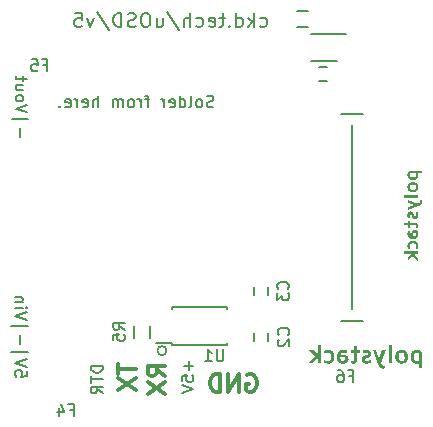
<source format=gbo>
G04 #@! TF.FileFunction,Legend,Bot*
%FSLAX46Y46*%
G04 Gerber Fmt 4.6, Leading zero omitted, Abs format (unit mm)*
G04 Created by KiCad (PCBNEW 4.0.1-stable) date Tuesday, May 31, 2016 'PMt' 11:05:36 PM*
%MOMM*%
G01*
G04 APERTURE LIST*
%ADD10C,0.100000*%
%ADD11C,0.200000*%
%ADD12C,0.150000*%
%ADD13C,0.300000*%
%ADD14C,0.175000*%
G04 APERTURE END LIST*
D10*
D11*
X143932884Y-119290000D02*
G75*
G03X143932884Y-119290000I-382884J0D01*
G01*
D12*
X132117619Y-120990952D02*
X132117619Y-121467143D01*
X131641429Y-121514762D01*
X131689048Y-121467143D01*
X131736667Y-121371905D01*
X131736667Y-121133809D01*
X131689048Y-121038571D01*
X131641429Y-120990952D01*
X131546190Y-120943333D01*
X131308095Y-120943333D01*
X131212857Y-120990952D01*
X131165238Y-121038571D01*
X131117619Y-121133809D01*
X131117619Y-121371905D01*
X131165238Y-121467143D01*
X131212857Y-121514762D01*
X132117619Y-120657619D02*
X131117619Y-120324286D01*
X132117619Y-119990952D01*
X130784286Y-119419524D02*
X132212857Y-119419524D01*
X131498571Y-118705238D02*
X131498571Y-117943333D01*
X130784286Y-117229048D02*
X132212857Y-117229048D01*
X132117619Y-116657619D02*
X131117619Y-116324286D01*
X132117619Y-115990952D01*
X131117619Y-115657619D02*
X131784286Y-115657619D01*
X132117619Y-115657619D02*
X132070000Y-115705238D01*
X132022381Y-115657619D01*
X132070000Y-115610000D01*
X132117619Y-115657619D01*
X132022381Y-115657619D01*
X131784286Y-115181429D02*
X131117619Y-115181429D01*
X131689048Y-115181429D02*
X131736667Y-115133810D01*
X131784286Y-115038572D01*
X131784286Y-114895714D01*
X131736667Y-114800476D01*
X131641429Y-114752857D01*
X131117619Y-114752857D01*
D13*
X150742857Y-121350000D02*
X150885714Y-121278571D01*
X151100000Y-121278571D01*
X151314285Y-121350000D01*
X151457143Y-121492857D01*
X151528571Y-121635714D01*
X151600000Y-121921429D01*
X151600000Y-122135714D01*
X151528571Y-122421429D01*
X151457143Y-122564286D01*
X151314285Y-122707143D01*
X151100000Y-122778571D01*
X150957143Y-122778571D01*
X150742857Y-122707143D01*
X150671428Y-122635714D01*
X150671428Y-122135714D01*
X150957143Y-122135714D01*
X150028571Y-122778571D02*
X150028571Y-121278571D01*
X149171428Y-122778571D01*
X149171428Y-121278571D01*
X148457142Y-122778571D02*
X148457142Y-121278571D01*
X148099999Y-121278571D01*
X147885714Y-121350000D01*
X147742856Y-121492857D01*
X147671428Y-121635714D01*
X147599999Y-121921429D01*
X147599999Y-122135714D01*
X147671428Y-122421429D01*
X147742856Y-122564286D01*
X147885714Y-122707143D01*
X148099999Y-122778571D01*
X148457142Y-122778571D01*
D12*
X145821429Y-120174286D02*
X145821429Y-120936191D01*
X146202381Y-120555239D02*
X145440476Y-120555239D01*
X145202381Y-121888572D02*
X145202381Y-121412381D01*
X145678571Y-121364762D01*
X145630952Y-121412381D01*
X145583333Y-121507619D01*
X145583333Y-121745715D01*
X145630952Y-121840953D01*
X145678571Y-121888572D01*
X145773810Y-121936191D01*
X146011905Y-121936191D01*
X146107143Y-121888572D01*
X146154762Y-121840953D01*
X146202381Y-121745715D01*
X146202381Y-121507619D01*
X146154762Y-121412381D01*
X146107143Y-121364762D01*
X145202381Y-122221905D02*
X146202381Y-122555238D01*
X145202381Y-122888572D01*
D13*
X143828571Y-121450001D02*
X143114286Y-120950001D01*
X143828571Y-120592858D02*
X142328571Y-120592858D01*
X142328571Y-121164286D01*
X142400000Y-121307144D01*
X142471429Y-121378572D01*
X142614286Y-121450001D01*
X142828571Y-121450001D01*
X142971429Y-121378572D01*
X143042857Y-121307144D01*
X143114286Y-121164286D01*
X143114286Y-120592858D01*
X142328571Y-121950001D02*
X143828571Y-122950001D01*
X142328571Y-122950001D02*
X143828571Y-121950001D01*
X139828571Y-120432143D02*
X139828571Y-121289286D01*
X141328571Y-120860715D02*
X139828571Y-120860715D01*
X139828571Y-121646429D02*
X141328571Y-122646429D01*
X139828571Y-122646429D02*
X141328571Y-121646429D01*
D12*
X138527381Y-120582143D02*
X137527381Y-120582143D01*
X137527381Y-120820238D01*
X137575000Y-120963096D01*
X137670238Y-121058334D01*
X137765476Y-121105953D01*
X137955952Y-121153572D01*
X138098810Y-121153572D01*
X138289286Y-121105953D01*
X138384524Y-121058334D01*
X138479762Y-120963096D01*
X138527381Y-120820238D01*
X138527381Y-120582143D01*
X137527381Y-121439286D02*
X137527381Y-122010715D01*
X138527381Y-121725000D02*
X137527381Y-121725000D01*
X138527381Y-122915477D02*
X138051190Y-122582143D01*
X138527381Y-122344048D02*
X137527381Y-122344048D01*
X137527381Y-122725001D01*
X137575000Y-122820239D01*
X137622619Y-122867858D01*
X137717857Y-122915477D01*
X137860714Y-122915477D01*
X137955952Y-122867858D01*
X138003571Y-122820239D01*
X138051190Y-122725001D01*
X138051190Y-122344048D01*
X147903811Y-98644762D02*
X147760954Y-98692381D01*
X147522858Y-98692381D01*
X147427620Y-98644762D01*
X147380001Y-98597143D01*
X147332382Y-98501905D01*
X147332382Y-98406667D01*
X147380001Y-98311429D01*
X147427620Y-98263810D01*
X147522858Y-98216190D01*
X147713335Y-98168571D01*
X147808573Y-98120952D01*
X147856192Y-98073333D01*
X147903811Y-97978095D01*
X147903811Y-97882857D01*
X147856192Y-97787619D01*
X147808573Y-97740000D01*
X147713335Y-97692381D01*
X147475239Y-97692381D01*
X147332382Y-97740000D01*
X146760954Y-98692381D02*
X146856192Y-98644762D01*
X146903811Y-98597143D01*
X146951430Y-98501905D01*
X146951430Y-98216190D01*
X146903811Y-98120952D01*
X146856192Y-98073333D01*
X146760954Y-98025714D01*
X146618096Y-98025714D01*
X146522858Y-98073333D01*
X146475239Y-98120952D01*
X146427620Y-98216190D01*
X146427620Y-98501905D01*
X146475239Y-98597143D01*
X146522858Y-98644762D01*
X146618096Y-98692381D01*
X146760954Y-98692381D01*
X145856192Y-98692381D02*
X145951430Y-98644762D01*
X145999049Y-98549524D01*
X145999049Y-97692381D01*
X145046667Y-98692381D02*
X145046667Y-97692381D01*
X145046667Y-98644762D02*
X145141905Y-98692381D01*
X145332382Y-98692381D01*
X145427620Y-98644762D01*
X145475239Y-98597143D01*
X145522858Y-98501905D01*
X145522858Y-98216190D01*
X145475239Y-98120952D01*
X145427620Y-98073333D01*
X145332382Y-98025714D01*
X145141905Y-98025714D01*
X145046667Y-98073333D01*
X144189524Y-98644762D02*
X144284762Y-98692381D01*
X144475239Y-98692381D01*
X144570477Y-98644762D01*
X144618096Y-98549524D01*
X144618096Y-98168571D01*
X144570477Y-98073333D01*
X144475239Y-98025714D01*
X144284762Y-98025714D01*
X144189524Y-98073333D01*
X144141905Y-98168571D01*
X144141905Y-98263810D01*
X144618096Y-98359048D01*
X143713334Y-98692381D02*
X143713334Y-98025714D01*
X143713334Y-98216190D02*
X143665715Y-98120952D01*
X143618096Y-98073333D01*
X143522858Y-98025714D01*
X143427619Y-98025714D01*
X142475238Y-98025714D02*
X142094286Y-98025714D01*
X142332381Y-98692381D02*
X142332381Y-97835238D01*
X142284762Y-97740000D01*
X142189524Y-97692381D01*
X142094286Y-97692381D01*
X141760952Y-98692381D02*
X141760952Y-98025714D01*
X141760952Y-98216190D02*
X141713333Y-98120952D01*
X141665714Y-98073333D01*
X141570476Y-98025714D01*
X141475237Y-98025714D01*
X140999047Y-98692381D02*
X141094285Y-98644762D01*
X141141904Y-98597143D01*
X141189523Y-98501905D01*
X141189523Y-98216190D01*
X141141904Y-98120952D01*
X141094285Y-98073333D01*
X140999047Y-98025714D01*
X140856189Y-98025714D01*
X140760951Y-98073333D01*
X140713332Y-98120952D01*
X140665713Y-98216190D01*
X140665713Y-98501905D01*
X140713332Y-98597143D01*
X140760951Y-98644762D01*
X140856189Y-98692381D01*
X140999047Y-98692381D01*
X140237142Y-98692381D02*
X140237142Y-98025714D01*
X140237142Y-98120952D02*
X140189523Y-98073333D01*
X140094285Y-98025714D01*
X139951427Y-98025714D01*
X139856189Y-98073333D01*
X139808570Y-98168571D01*
X139808570Y-98692381D01*
X139808570Y-98168571D02*
X139760951Y-98073333D01*
X139665713Y-98025714D01*
X139522856Y-98025714D01*
X139427618Y-98073333D01*
X139379999Y-98168571D01*
X139379999Y-98692381D01*
X138141904Y-98692381D02*
X138141904Y-97692381D01*
X137713332Y-98692381D02*
X137713332Y-98168571D01*
X137760951Y-98073333D01*
X137856189Y-98025714D01*
X137999047Y-98025714D01*
X138094285Y-98073333D01*
X138141904Y-98120952D01*
X136856189Y-98644762D02*
X136951427Y-98692381D01*
X137141904Y-98692381D01*
X137237142Y-98644762D01*
X137284761Y-98549524D01*
X137284761Y-98168571D01*
X137237142Y-98073333D01*
X137141904Y-98025714D01*
X136951427Y-98025714D01*
X136856189Y-98073333D01*
X136808570Y-98168571D01*
X136808570Y-98263810D01*
X137284761Y-98359048D01*
X136379999Y-98692381D02*
X136379999Y-98025714D01*
X136379999Y-98216190D02*
X136332380Y-98120952D01*
X136284761Y-98073333D01*
X136189523Y-98025714D01*
X136094284Y-98025714D01*
X135379998Y-98644762D02*
X135475236Y-98692381D01*
X135665713Y-98692381D01*
X135760951Y-98644762D01*
X135808570Y-98549524D01*
X135808570Y-98168571D01*
X135760951Y-98073333D01*
X135665713Y-98025714D01*
X135475236Y-98025714D01*
X135379998Y-98073333D01*
X135332379Y-98168571D01*
X135332379Y-98263810D01*
X135808570Y-98359048D01*
X134903808Y-98597143D02*
X134856189Y-98644762D01*
X134903808Y-98692381D01*
X134951427Y-98644762D01*
X134903808Y-98597143D01*
X134903808Y-98692381D01*
D14*
X151831428Y-91835714D02*
X151945714Y-91892857D01*
X152174285Y-91892857D01*
X152288571Y-91835714D01*
X152345714Y-91778571D01*
X152402857Y-91664286D01*
X152402857Y-91321429D01*
X152345714Y-91207143D01*
X152288571Y-91150000D01*
X152174285Y-91092857D01*
X151945714Y-91092857D01*
X151831428Y-91150000D01*
X151317143Y-91892857D02*
X151317143Y-90692857D01*
X151202857Y-91435714D02*
X150860000Y-91892857D01*
X150860000Y-91092857D02*
X151317143Y-91550000D01*
X149831428Y-91892857D02*
X149831428Y-90692857D01*
X149831428Y-91835714D02*
X149945714Y-91892857D01*
X150174285Y-91892857D01*
X150288571Y-91835714D01*
X150345714Y-91778571D01*
X150402857Y-91664286D01*
X150402857Y-91321429D01*
X150345714Y-91207143D01*
X150288571Y-91150000D01*
X150174285Y-91092857D01*
X149945714Y-91092857D01*
X149831428Y-91150000D01*
X149260000Y-91778571D02*
X149202857Y-91835714D01*
X149260000Y-91892857D01*
X149317143Y-91835714D01*
X149260000Y-91778571D01*
X149260000Y-91892857D01*
X148859999Y-91092857D02*
X148402856Y-91092857D01*
X148688571Y-90692857D02*
X148688571Y-91721429D01*
X148631428Y-91835714D01*
X148517142Y-91892857D01*
X148402856Y-91892857D01*
X147545714Y-91835714D02*
X147660000Y-91892857D01*
X147888571Y-91892857D01*
X148002857Y-91835714D01*
X148060000Y-91721429D01*
X148060000Y-91264286D01*
X148002857Y-91150000D01*
X147888571Y-91092857D01*
X147660000Y-91092857D01*
X147545714Y-91150000D01*
X147488571Y-91264286D01*
X147488571Y-91378571D01*
X148060000Y-91492857D01*
X146460000Y-91835714D02*
X146574286Y-91892857D01*
X146802857Y-91892857D01*
X146917143Y-91835714D01*
X146974286Y-91778571D01*
X147031429Y-91664286D01*
X147031429Y-91321429D01*
X146974286Y-91207143D01*
X146917143Y-91150000D01*
X146802857Y-91092857D01*
X146574286Y-91092857D01*
X146460000Y-91150000D01*
X145945715Y-91892857D02*
X145945715Y-90692857D01*
X145431429Y-91892857D02*
X145431429Y-91264286D01*
X145488572Y-91150000D01*
X145602858Y-91092857D01*
X145774286Y-91092857D01*
X145888572Y-91150000D01*
X145945715Y-91207143D01*
X144002858Y-90635714D02*
X145031429Y-92178571D01*
X143088572Y-91092857D02*
X143088572Y-91892857D01*
X143602858Y-91092857D02*
X143602858Y-91721429D01*
X143545715Y-91835714D01*
X143431429Y-91892857D01*
X143260001Y-91892857D01*
X143145715Y-91835714D01*
X143088572Y-91778571D01*
X142288572Y-90692857D02*
X142060001Y-90692857D01*
X141945715Y-90750000D01*
X141831429Y-90864286D01*
X141774287Y-91092857D01*
X141774287Y-91492857D01*
X141831429Y-91721429D01*
X141945715Y-91835714D01*
X142060001Y-91892857D01*
X142288572Y-91892857D01*
X142402858Y-91835714D01*
X142517144Y-91721429D01*
X142574287Y-91492857D01*
X142574287Y-91092857D01*
X142517144Y-90864286D01*
X142402858Y-90750000D01*
X142288572Y-90692857D01*
X141317144Y-91835714D02*
X141145715Y-91892857D01*
X140860001Y-91892857D01*
X140745715Y-91835714D01*
X140688572Y-91778571D01*
X140631429Y-91664286D01*
X140631429Y-91550000D01*
X140688572Y-91435714D01*
X140745715Y-91378571D01*
X140860001Y-91321429D01*
X141088572Y-91264286D01*
X141202858Y-91207143D01*
X141260001Y-91150000D01*
X141317144Y-91035714D01*
X141317144Y-90921429D01*
X141260001Y-90807143D01*
X141202858Y-90750000D01*
X141088572Y-90692857D01*
X140802858Y-90692857D01*
X140631429Y-90750000D01*
X140117144Y-91892857D02*
X140117144Y-90692857D01*
X139831429Y-90692857D01*
X139660001Y-90750000D01*
X139545715Y-90864286D01*
X139488572Y-90978571D01*
X139431429Y-91207143D01*
X139431429Y-91378571D01*
X139488572Y-91607143D01*
X139545715Y-91721429D01*
X139660001Y-91835714D01*
X139831429Y-91892857D01*
X140117144Y-91892857D01*
X138060001Y-90635714D02*
X139088572Y-92178571D01*
X137774286Y-91092857D02*
X137488572Y-91892857D01*
X137202858Y-91092857D01*
X136174286Y-90692857D02*
X136745715Y-90692857D01*
X136802858Y-91264286D01*
X136745715Y-91207143D01*
X136631429Y-91150000D01*
X136345715Y-91150000D01*
X136231429Y-91207143D01*
X136174286Y-91264286D01*
X136117143Y-91378571D01*
X136117143Y-91664286D01*
X136174286Y-91778571D01*
X136231429Y-91835714D01*
X136345715Y-91892857D01*
X136631429Y-91892857D01*
X136745715Y-91835714D01*
X136802858Y-91778571D01*
D12*
X131528571Y-101176191D02*
X131528571Y-100414286D01*
X130814286Y-99700001D02*
X132242857Y-99700001D01*
X132147619Y-99128572D02*
X131147619Y-98795239D01*
X132147619Y-98461905D01*
X131147619Y-97985715D02*
X131195238Y-98080953D01*
X131242857Y-98128572D01*
X131338095Y-98176191D01*
X131623810Y-98176191D01*
X131719048Y-98128572D01*
X131766667Y-98080953D01*
X131814286Y-97985715D01*
X131814286Y-97842857D01*
X131766667Y-97747619D01*
X131719048Y-97700000D01*
X131623810Y-97652381D01*
X131338095Y-97652381D01*
X131242857Y-97700000D01*
X131195238Y-97747619D01*
X131147619Y-97842857D01*
X131147619Y-97985715D01*
X131814286Y-96795238D02*
X131147619Y-96795238D01*
X131814286Y-97223810D02*
X131290476Y-97223810D01*
X131195238Y-97176191D01*
X131147619Y-97080953D01*
X131147619Y-96938095D01*
X131195238Y-96842857D01*
X131242857Y-96795238D01*
X131814286Y-96461905D02*
X131814286Y-96080953D01*
X132147619Y-96319048D02*
X131290476Y-96319048D01*
X131195238Y-96271429D01*
X131147619Y-96176191D01*
X131147619Y-96080953D01*
X158725000Y-99240000D02*
X160575000Y-99240000D01*
X158725000Y-116760000D02*
X160575000Y-116760000D01*
X159650000Y-115800000D02*
X159650000Y-100200000D01*
X156850000Y-96500000D02*
X157550000Y-96500000D01*
X157550000Y-95300000D02*
X156850000Y-95300000D01*
X158337500Y-94737500D02*
X156187500Y-94737500D01*
X159162500Y-92487500D02*
X156187500Y-92487500D01*
X154950000Y-91875000D02*
X155950000Y-91875000D01*
X155950000Y-90525000D02*
X154950000Y-90525000D01*
X151340000Y-117770000D02*
X151340000Y-118470000D01*
X152540000Y-118470000D02*
X152540000Y-117770000D01*
X152540000Y-114580000D02*
X152540000Y-113880000D01*
X151340000Y-113880000D02*
X151340000Y-114580000D01*
X142525000Y-118190000D02*
X142525000Y-117190000D01*
X141175000Y-117190000D02*
X141175000Y-118190000D01*
X144415000Y-118855000D02*
X144415000Y-118655000D01*
X149065000Y-118855000D02*
X149065000Y-118655000D01*
X149065000Y-115605000D02*
X149065000Y-115805000D01*
X144415000Y-115605000D02*
X144415000Y-115805000D01*
X144415000Y-118855000D02*
X149065000Y-118855000D01*
X144415000Y-115605000D02*
X149065000Y-115605000D01*
X144415000Y-118655000D02*
X143065000Y-118655000D01*
D10*
G36*
X165579431Y-120793441D02*
X165292761Y-120177151D01*
X165277580Y-120179083D01*
X165262689Y-120180831D01*
X165248090Y-120182394D01*
X165233781Y-120183774D01*
X165219764Y-120184970D01*
X165206037Y-120185982D01*
X165192601Y-120186809D01*
X165179456Y-120187453D01*
X165166602Y-120187913D01*
X165154039Y-120188189D01*
X165141767Y-120188281D01*
X165126550Y-120188018D01*
X165111768Y-120187228D01*
X165097421Y-120185912D01*
X165083509Y-120184070D01*
X165070032Y-120181701D01*
X165056990Y-120178805D01*
X165044383Y-120175383D01*
X165032210Y-120171435D01*
X165020472Y-120166960D01*
X165009170Y-120161959D01*
X164998302Y-120156431D01*
X164987869Y-120150377D01*
X164977871Y-120143796D01*
X164968307Y-120136689D01*
X164959179Y-120129056D01*
X164950485Y-120120896D01*
X164942227Y-120112209D01*
X164936056Y-120104952D01*
X164930173Y-120097212D01*
X164924576Y-120088990D01*
X164919267Y-120080284D01*
X164914244Y-120071096D01*
X164909509Y-120061425D01*
X164905061Y-120051271D01*
X164900899Y-120040634D01*
X164897025Y-120029514D01*
X164893437Y-120017912D01*
X164890137Y-120005826D01*
X164887123Y-119993258D01*
X164884397Y-119980207D01*
X164881957Y-119966673D01*
X164879805Y-119952657D01*
X164877939Y-119938157D01*
X164876361Y-119923175D01*
X164875069Y-119907709D01*
X164874065Y-119891761D01*
X164873347Y-119875330D01*
X164872917Y-119858417D01*
X164872773Y-119841020D01*
X164872881Y-119823207D01*
X164873202Y-119805850D01*
X164873737Y-119788949D01*
X164874486Y-119772503D01*
X164875450Y-119756513D01*
X164876627Y-119740979D01*
X164878019Y-119725900D01*
X164879625Y-119711276D01*
X164881445Y-119697109D01*
X164883479Y-119683397D01*
X164885727Y-119670140D01*
X164888189Y-119657339D01*
X164890866Y-119644994D01*
X164893756Y-119633104D01*
X164896861Y-119621670D01*
X164900179Y-119610691D01*
X164903712Y-119600168D01*
X164907459Y-119590101D01*
X164911420Y-119580489D01*
X164915595Y-119571333D01*
X164919984Y-119562632D01*
X164924588Y-119554388D01*
X164930951Y-119544316D01*
X164937847Y-119534854D01*
X164945278Y-119526004D01*
X164953243Y-119517763D01*
X164961742Y-119510133D01*
X164970775Y-119503113D01*
X164980342Y-119496704D01*
X164990444Y-119490905D01*
X165001079Y-119485717D01*
X165012248Y-119481139D01*
X165023951Y-119477171D01*
X165036189Y-119473814D01*
X165048960Y-119471067D01*
X165062266Y-119468930D01*
X165076105Y-119467404D01*
X165090479Y-119466489D01*
X165105386Y-119466184D01*
X165122642Y-119466413D01*
X165139130Y-119467101D01*
X165154852Y-119468247D01*
X165169807Y-119469852D01*
X165183994Y-119471915D01*
X165197415Y-119474437D01*
X165210069Y-119477417D01*
X165221956Y-119480856D01*
X165233077Y-119484753D01*
X165243430Y-119489109D01*
X165253016Y-119493923D01*
X165261836Y-119499196D01*
X165269888Y-119504927D01*
X165277174Y-119511116D01*
X165283693Y-119517765D01*
X165289444Y-119524871D01*
X165294429Y-119532437D01*
X165298647Y-119540460D01*
X165302098Y-119548943D01*
X165304782Y-119557883D01*
X165306700Y-119567282D01*
X165307850Y-119577140D01*
X165308234Y-119587456D01*
X165308234Y-120175051D01*
X165308234Y-120175036D01*
X165292761Y-120177151D01*
X165579431Y-120793441D01*
X165579431Y-119612744D01*
X165579213Y-119599310D01*
X165578556Y-119586044D01*
X165577462Y-119572944D01*
X165575930Y-119560011D01*
X165573961Y-119547244D01*
X165571554Y-119534644D01*
X165568709Y-119522211D01*
X165565427Y-119509945D01*
X165561707Y-119497845D01*
X165557550Y-119485912D01*
X165552954Y-119474145D01*
X165547922Y-119462546D01*
X165542451Y-119451113D01*
X165536543Y-119439846D01*
X165530197Y-119428747D01*
X165523414Y-119417814D01*
X165516193Y-119407047D01*
X165508534Y-119396448D01*
X165500438Y-119386015D01*
X165491904Y-119375748D01*
X165482932Y-119365649D01*
X165473523Y-119355716D01*
X165463676Y-119345949D01*
X165455469Y-119338328D01*
X165446965Y-119330974D01*
X165438166Y-119323887D01*
X165429070Y-119317068D01*
X165419677Y-119310516D01*
X165409989Y-119304231D01*
X165400004Y-119298214D01*
X165389723Y-119292464D01*
X165379146Y-119286982D01*
X165368272Y-119281767D01*
X165357102Y-119276820D01*
X165345636Y-119272140D01*
X165333874Y-119267728D01*
X165321815Y-119263582D01*
X165309461Y-119259705D01*
X165296809Y-119256095D01*
X165283862Y-119252752D01*
X165270619Y-119249676D01*
X165257079Y-119246868D01*
X165243243Y-119244328D01*
X165229110Y-119242055D01*
X165214682Y-119240049D01*
X165199957Y-119238311D01*
X165184936Y-119236840D01*
X165169618Y-119235636D01*
X165154005Y-119234700D01*
X165138095Y-119234032D01*
X165121889Y-119233631D01*
X165105386Y-119233497D01*
X165091348Y-119233636D01*
X165077343Y-119234052D01*
X165063373Y-119234746D01*
X165049438Y-119235717D01*
X165035537Y-119236966D01*
X165021671Y-119238492D01*
X165007838Y-119240296D01*
X164994041Y-119242378D01*
X164982609Y-119244439D01*
X164970802Y-119247071D01*
X164958620Y-119250274D01*
X164946063Y-119254048D01*
X164933132Y-119258393D01*
X164919825Y-119263308D01*
X164906144Y-119268794D01*
X164892088Y-119274851D01*
X164877657Y-119281479D01*
X164862852Y-119288677D01*
X164850327Y-119295079D01*
X164838108Y-119301787D01*
X164826196Y-119308801D01*
X164814590Y-119316122D01*
X164803290Y-119323748D01*
X164792296Y-119331680D01*
X164781609Y-119339919D01*
X164771227Y-119348463D01*
X164761152Y-119357314D01*
X164751384Y-119366470D01*
X164741921Y-119375933D01*
X164732765Y-119385701D01*
X164725626Y-119393889D01*
X164718614Y-119402576D01*
X164711730Y-119411762D01*
X164704974Y-119421449D01*
X164698344Y-119431635D01*
X164691843Y-119442320D01*
X164685468Y-119453506D01*
X164679221Y-119465191D01*
X164673101Y-119477376D01*
X164667109Y-119490061D01*
X164661244Y-119503245D01*
X164655506Y-119516929D01*
X164649896Y-119531113D01*
X164644414Y-119545797D01*
X164639058Y-119560980D01*
X164635189Y-119572536D01*
X164631518Y-119584274D01*
X164628045Y-119596194D01*
X164624771Y-119608296D01*
X164621695Y-119620580D01*
X164618818Y-119633046D01*
X164616139Y-119645694D01*
X164613658Y-119658523D01*
X164611376Y-119671535D01*
X164609293Y-119684729D01*
X164607407Y-119698105D01*
X164605721Y-119711662D01*
X164604232Y-119725402D01*
X164602943Y-119739324D01*
X164601851Y-119753428D01*
X164600958Y-119767713D01*
X164600264Y-119782181D01*
X164599768Y-119796830D01*
X164599470Y-119811662D01*
X164599371Y-119826675D01*
X164599488Y-119842777D01*
X164599840Y-119858657D01*
X164600426Y-119874315D01*
X164601248Y-119889753D01*
X164602303Y-119904969D01*
X164603594Y-119919964D01*
X164605118Y-119934738D01*
X164606878Y-119949290D01*
X164608872Y-119963622D01*
X164611101Y-119977732D01*
X164613564Y-119991621D01*
X164616262Y-120005288D01*
X164619194Y-120018735D01*
X164622362Y-120031960D01*
X164625763Y-120044964D01*
X164629400Y-120057747D01*
X164633270Y-120070309D01*
X164637376Y-120082649D01*
X164641716Y-120094768D01*
X164646291Y-120106666D01*
X164651100Y-120118343D01*
X164656144Y-120129798D01*
X164661422Y-120141032D01*
X164666936Y-120152045D01*
X164672683Y-120162837D01*
X164678666Y-120173408D01*
X164684883Y-120183757D01*
X164691334Y-120193885D01*
X164698020Y-120203792D01*
X164704941Y-120213478D01*
X164712096Y-120222943D01*
X164719486Y-120232186D01*
X164727111Y-120241208D01*
X164734970Y-120250009D01*
X164743295Y-120258826D01*
X164751835Y-120267372D01*
X164760590Y-120275646D01*
X164769559Y-120283649D01*
X164778743Y-120291381D01*
X164788141Y-120298842D01*
X164797755Y-120306031D01*
X164807582Y-120312949D01*
X164817625Y-120319595D01*
X164827882Y-120325971D01*
X164838353Y-120332075D01*
X164849039Y-120337908D01*
X164859940Y-120343469D01*
X164871056Y-120348759D01*
X164882386Y-120353778D01*
X164893930Y-120358526D01*
X164905690Y-120363002D01*
X164917663Y-120367207D01*
X164929852Y-120371141D01*
X164942255Y-120374803D01*
X164954873Y-120378195D01*
X164967705Y-120381314D01*
X164980752Y-120384163D01*
X164994014Y-120386740D01*
X165007490Y-120389046D01*
X165021180Y-120391081D01*
X165035086Y-120392844D01*
X165049206Y-120394337D01*
X165063541Y-120395557D01*
X165078090Y-120396507D01*
X165092854Y-120397185D01*
X165107832Y-120397592D01*
X165123025Y-120397728D01*
X165136547Y-120397626D01*
X165150024Y-120397323D01*
X165163455Y-120396817D01*
X165176842Y-120396108D01*
X165190184Y-120395197D01*
X165203480Y-120394084D01*
X165216732Y-120392768D01*
X165229939Y-120391250D01*
X165243100Y-120389529D01*
X165256217Y-120387606D01*
X165269289Y-120385481D01*
X165282315Y-120383153D01*
X165295297Y-120380622D01*
X165308234Y-120377889D01*
X165308234Y-120793501D01*
X165579431Y-120793501D01*
X165579431Y-120793441D01*
X165579431Y-120793441D01*
G37*
G36*
X164233364Y-120243326D02*
X164080946Y-119625453D01*
X164083984Y-119638098D01*
X164086759Y-119651309D01*
X164089269Y-119665084D01*
X164091515Y-119679425D01*
X164093496Y-119694330D01*
X164095214Y-119709800D01*
X164096667Y-119725835D01*
X164097856Y-119742435D01*
X164098781Y-119759600D01*
X164099441Y-119777330D01*
X164099838Y-119795624D01*
X164099970Y-119814483D01*
X164099838Y-119833245D01*
X164099441Y-119851447D01*
X164098781Y-119869088D01*
X164097856Y-119886169D01*
X164096667Y-119902689D01*
X164095214Y-119918649D01*
X164093496Y-119934049D01*
X164091515Y-119948888D01*
X164089269Y-119963167D01*
X164086759Y-119976886D01*
X164083984Y-119990045D01*
X164080946Y-120002643D01*
X164077643Y-120014680D01*
X164074076Y-120026158D01*
X164070245Y-120037075D01*
X164066150Y-120047431D01*
X164061790Y-120057228D01*
X164057166Y-120066464D01*
X164052278Y-120075139D01*
X164047126Y-120083255D01*
X164041709Y-120090810D01*
X164036029Y-120097804D01*
X164028140Y-120106113D01*
X164019778Y-120113918D01*
X164010944Y-120121219D01*
X164001636Y-120128017D01*
X163991855Y-120134311D01*
X163981601Y-120140101D01*
X163970875Y-120145388D01*
X163959675Y-120150172D01*
X163948002Y-120154452D01*
X163935856Y-120158229D01*
X163923237Y-120161502D01*
X163910146Y-120164271D01*
X163896581Y-120166537D01*
X163882543Y-120168299D01*
X163868032Y-120169558D01*
X163853048Y-120170313D01*
X163837591Y-120170565D01*
X163822138Y-120170313D01*
X163807166Y-120169558D01*
X163792674Y-120168299D01*
X163778663Y-120166537D01*
X163765132Y-120164271D01*
X163752082Y-120161502D01*
X163739513Y-120158229D01*
X163727424Y-120154452D01*
X163715816Y-120150172D01*
X163704689Y-120145388D01*
X163694043Y-120140101D01*
X163683877Y-120134311D01*
X163674191Y-120128017D01*
X163664986Y-120121219D01*
X163656262Y-120113918D01*
X163648019Y-120106113D01*
X163640256Y-120097804D01*
X163634575Y-120090810D01*
X163629159Y-120083255D01*
X163624007Y-120075139D01*
X163619119Y-120066464D01*
X163614495Y-120057228D01*
X163610135Y-120047431D01*
X163606040Y-120037075D01*
X163602209Y-120026158D01*
X163598642Y-120014680D01*
X163595339Y-120002643D01*
X163592300Y-119990045D01*
X163589526Y-119976886D01*
X163587016Y-119963167D01*
X163584770Y-119948888D01*
X163582789Y-119934049D01*
X163581071Y-119918649D01*
X163579618Y-119902689D01*
X163578429Y-119886169D01*
X163577504Y-119869088D01*
X163576844Y-119851447D01*
X163576447Y-119833245D01*
X163576315Y-119814483D01*
X163576447Y-119795624D01*
X163576844Y-119777330D01*
X163577504Y-119759600D01*
X163578429Y-119742435D01*
X163579618Y-119725835D01*
X163581071Y-119709800D01*
X163582789Y-119694330D01*
X163584770Y-119679425D01*
X163587016Y-119665084D01*
X163589526Y-119651309D01*
X163592300Y-119638098D01*
X163595339Y-119625453D01*
X163598642Y-119613372D01*
X163602209Y-119601856D01*
X163606040Y-119590905D01*
X163610135Y-119580519D01*
X163614495Y-119570697D01*
X163619119Y-119561441D01*
X163624007Y-119552749D01*
X163629159Y-119544622D01*
X163634575Y-119537061D01*
X163640256Y-119530064D01*
X163648019Y-119521628D01*
X163656262Y-119513704D01*
X163664986Y-119506291D01*
X163674191Y-119499389D01*
X163683877Y-119492999D01*
X163694043Y-119487119D01*
X163704689Y-119481751D01*
X163715816Y-119476895D01*
X163727424Y-119472549D01*
X163739513Y-119468715D01*
X163752082Y-119465392D01*
X163765132Y-119462580D01*
X163778663Y-119460279D01*
X163792674Y-119458490D01*
X163807166Y-119457212D01*
X163822138Y-119456445D01*
X163837591Y-119456189D01*
X163853048Y-119456445D01*
X163868032Y-119457212D01*
X163882543Y-119458490D01*
X163896581Y-119460279D01*
X163910146Y-119462580D01*
X163923237Y-119465392D01*
X163935856Y-119468715D01*
X163948002Y-119472549D01*
X163959675Y-119476895D01*
X163970875Y-119481751D01*
X163981601Y-119487119D01*
X163991855Y-119492999D01*
X164001636Y-119499389D01*
X164010944Y-119506291D01*
X164019778Y-119513704D01*
X164028140Y-119521628D01*
X164036029Y-119530064D01*
X164041709Y-119537061D01*
X164047126Y-119544622D01*
X164052278Y-119552749D01*
X164057166Y-119561441D01*
X164061790Y-119570697D01*
X164066150Y-119580519D01*
X164070245Y-119590905D01*
X164074076Y-119601856D01*
X164077643Y-119613372D01*
X164080946Y-119625453D01*
X164233364Y-120243326D01*
X164241126Y-120234652D01*
X164248663Y-120225766D01*
X164255975Y-120216668D01*
X164263062Y-120207357D01*
X164269924Y-120197834D01*
X164276561Y-120188098D01*
X164282973Y-120178150D01*
X164289160Y-120167990D01*
X164295122Y-120157617D01*
X164300860Y-120147032D01*
X164306372Y-120136235D01*
X164311659Y-120125225D01*
X164316721Y-120114003D01*
X164321558Y-120102568D01*
X164326170Y-120090921D01*
X164330558Y-120079062D01*
X164334720Y-120066990D01*
X164338657Y-120054706D01*
X164342369Y-120042210D01*
X164345857Y-120029501D01*
X164349119Y-120016580D01*
X164352156Y-120003446D01*
X164354969Y-119990100D01*
X164357556Y-119976542D01*
X164359918Y-119962772D01*
X164362056Y-119948789D01*
X164363968Y-119934593D01*
X164365655Y-119920185D01*
X164367118Y-119905565D01*
X164368355Y-119890733D01*
X164369368Y-119875688D01*
X164370155Y-119860431D01*
X164370718Y-119844961D01*
X164371055Y-119829279D01*
X164371168Y-119813385D01*
X164371055Y-119797490D01*
X164370718Y-119781807D01*
X164370155Y-119766336D01*
X164369368Y-119751078D01*
X164368355Y-119736033D01*
X164367118Y-119721199D01*
X164365655Y-119706579D01*
X164363968Y-119692170D01*
X164362056Y-119677974D01*
X164359918Y-119663990D01*
X164357556Y-119650219D01*
X164354969Y-119636660D01*
X164352156Y-119623314D01*
X164349119Y-119610180D01*
X164345857Y-119597258D01*
X164342369Y-119584549D01*
X164338657Y-119572052D01*
X164334720Y-119559768D01*
X164330558Y-119547696D01*
X164326170Y-119535836D01*
X164321558Y-119524189D01*
X164316721Y-119512754D01*
X164311659Y-119501531D01*
X164306372Y-119490521D01*
X164300860Y-119479724D01*
X164295122Y-119469138D01*
X164289160Y-119458765D01*
X164282973Y-119448605D01*
X164276561Y-119438657D01*
X164269924Y-119428921D01*
X164263062Y-119419398D01*
X164255975Y-119410087D01*
X164248663Y-119400988D01*
X164241126Y-119392102D01*
X164233364Y-119383429D01*
X164224903Y-119374479D01*
X164216223Y-119365806D01*
X164207325Y-119357407D01*
X164198207Y-119349284D01*
X164188872Y-119341437D01*
X164179317Y-119333864D01*
X164169544Y-119326568D01*
X164159553Y-119319546D01*
X164149342Y-119312800D01*
X164138913Y-119306329D01*
X164128265Y-119300133D01*
X164117399Y-119294213D01*
X164106314Y-119288568D01*
X164095010Y-119283199D01*
X164083488Y-119278105D01*
X164071747Y-119273286D01*
X164059787Y-119268743D01*
X164047609Y-119264475D01*
X164035212Y-119260482D01*
X164022596Y-119256765D01*
X164009762Y-119253323D01*
X163996709Y-119250156D01*
X163983437Y-119247265D01*
X163969947Y-119244649D01*
X163956238Y-119242308D01*
X163942310Y-119240243D01*
X163928164Y-119238453D01*
X163913799Y-119236939D01*
X163899215Y-119235700D01*
X163884413Y-119234736D01*
X163869392Y-119234048D01*
X163854152Y-119233635D01*
X163838694Y-119233497D01*
X163823170Y-119233635D01*
X163807866Y-119234048D01*
X163792783Y-119234736D01*
X163777921Y-119235700D01*
X163763280Y-119236939D01*
X163748859Y-119238453D01*
X163734659Y-119240243D01*
X163720680Y-119242308D01*
X163706921Y-119244649D01*
X163693383Y-119247265D01*
X163680066Y-119250156D01*
X163666970Y-119253323D01*
X163654094Y-119256765D01*
X163641439Y-119260482D01*
X163629004Y-119264475D01*
X163616790Y-119268743D01*
X163604797Y-119273286D01*
X163593025Y-119278105D01*
X163581473Y-119283199D01*
X163570142Y-119288568D01*
X163559032Y-119294213D01*
X163548142Y-119300133D01*
X163537473Y-119306329D01*
X163527025Y-119312800D01*
X163516797Y-119319546D01*
X163506790Y-119326568D01*
X163497004Y-119333864D01*
X163487438Y-119341437D01*
X163478093Y-119349284D01*
X163468969Y-119357407D01*
X163460066Y-119365806D01*
X163451383Y-119374479D01*
X163442921Y-119383429D01*
X163435159Y-119392102D01*
X163427622Y-119400988D01*
X163420310Y-119410087D01*
X163413223Y-119419398D01*
X163406361Y-119428921D01*
X163399724Y-119438657D01*
X163393312Y-119448605D01*
X163387125Y-119458765D01*
X163381162Y-119469138D01*
X163375425Y-119479724D01*
X163369913Y-119490521D01*
X163364626Y-119501531D01*
X163359564Y-119512754D01*
X163354727Y-119524189D01*
X163350114Y-119535836D01*
X163345727Y-119547696D01*
X163341565Y-119559768D01*
X163337628Y-119572052D01*
X163333915Y-119584549D01*
X163330428Y-119597258D01*
X163327166Y-119610180D01*
X163324129Y-119623314D01*
X163321316Y-119636660D01*
X163318729Y-119650219D01*
X163316366Y-119663990D01*
X163314229Y-119677974D01*
X163312317Y-119692170D01*
X163310629Y-119706579D01*
X163309167Y-119721199D01*
X163307930Y-119736033D01*
X163306917Y-119751078D01*
X163306130Y-119766336D01*
X163305567Y-119781807D01*
X163305230Y-119797490D01*
X163305117Y-119813385D01*
X163305230Y-119829279D01*
X163305567Y-119844961D01*
X163306130Y-119860431D01*
X163306917Y-119875688D01*
X163307930Y-119890733D01*
X163309167Y-119905565D01*
X163310629Y-119920185D01*
X163312317Y-119934593D01*
X163314229Y-119948789D01*
X163316366Y-119962772D01*
X163318729Y-119976542D01*
X163321316Y-119990100D01*
X163324129Y-120003446D01*
X163327166Y-120016580D01*
X163330428Y-120029501D01*
X163333915Y-120042210D01*
X163337628Y-120054706D01*
X163341565Y-120066990D01*
X163345727Y-120079062D01*
X163350114Y-120090921D01*
X163354727Y-120102568D01*
X163359564Y-120114003D01*
X163364626Y-120125225D01*
X163369913Y-120136235D01*
X163375425Y-120147032D01*
X163381162Y-120157617D01*
X163387125Y-120167990D01*
X163393312Y-120178150D01*
X163399724Y-120188098D01*
X163406361Y-120197834D01*
X163413223Y-120207357D01*
X163420310Y-120216668D01*
X163427622Y-120225766D01*
X163435159Y-120234652D01*
X163442921Y-120243326D01*
X163451383Y-120252275D01*
X163460066Y-120260949D01*
X163468969Y-120269347D01*
X163478093Y-120277470D01*
X163487438Y-120285318D01*
X163497004Y-120292890D01*
X163506790Y-120300187D01*
X163516797Y-120307208D01*
X163527025Y-120313955D01*
X163537473Y-120320426D01*
X163548142Y-120326621D01*
X163559032Y-120332541D01*
X163570142Y-120338186D01*
X163581473Y-120343555D01*
X163593025Y-120348650D01*
X163604797Y-120353468D01*
X163616790Y-120358012D01*
X163629004Y-120362280D01*
X163641439Y-120366272D01*
X163654094Y-120369990D01*
X163666970Y-120373432D01*
X163680066Y-120376598D01*
X163693383Y-120379489D01*
X163706921Y-120382105D01*
X163720680Y-120384446D01*
X163734659Y-120386511D01*
X163748859Y-120388301D01*
X163763280Y-120389815D01*
X163777921Y-120391054D01*
X163792783Y-120392018D01*
X163807866Y-120392707D01*
X163823170Y-120393120D01*
X163838694Y-120393257D01*
X163854152Y-120393120D01*
X163869392Y-120392707D01*
X163884413Y-120392018D01*
X163899215Y-120391054D01*
X163913799Y-120389815D01*
X163928164Y-120388301D01*
X163942310Y-120386511D01*
X163956238Y-120384446D01*
X163969947Y-120382105D01*
X163983437Y-120379489D01*
X163996709Y-120376598D01*
X164009762Y-120373432D01*
X164022596Y-120369990D01*
X164035212Y-120366272D01*
X164047609Y-120362280D01*
X164059787Y-120358012D01*
X164071747Y-120353468D01*
X164083488Y-120348650D01*
X164095010Y-120343555D01*
X164106314Y-120338186D01*
X164117399Y-120332541D01*
X164128265Y-120326621D01*
X164138913Y-120320426D01*
X164149342Y-120313955D01*
X164159553Y-120307208D01*
X164169544Y-120300187D01*
X164179317Y-120292890D01*
X164188872Y-120285318D01*
X164198207Y-120277470D01*
X164207325Y-120269347D01*
X164216223Y-120260949D01*
X164224903Y-120252275D01*
X164233364Y-120243326D01*
X164233364Y-120243326D01*
G37*
G36*
X163014075Y-120375617D02*
X163014075Y-118820098D01*
X162742878Y-118820098D01*
X162742878Y-120375617D01*
X163014075Y-120375617D01*
X163014075Y-120375617D01*
G37*
G36*
X162498138Y-119248940D02*
X162210404Y-119248940D01*
X161957947Y-120034963D01*
X161709900Y-119248940D01*
X161423268Y-119248940D01*
X161852114Y-120403176D01*
X161858367Y-120419940D01*
X161864656Y-120436320D01*
X161870982Y-120452318D01*
X161877345Y-120467933D01*
X161883745Y-120483165D01*
X161890181Y-120498015D01*
X161896654Y-120512481D01*
X161903164Y-120526565D01*
X161909710Y-120540266D01*
X161916293Y-120553585D01*
X161922913Y-120566520D01*
X161929570Y-120579073D01*
X161936263Y-120591243D01*
X161942993Y-120603031D01*
X161949759Y-120614435D01*
X161956563Y-120625457D01*
X161963403Y-120636096D01*
X161970280Y-120646353D01*
X161977193Y-120656226D01*
X161984143Y-120665717D01*
X161991130Y-120674825D01*
X161998154Y-120683551D01*
X162005214Y-120691893D01*
X162012311Y-120699853D01*
X162019445Y-120707430D01*
X162026615Y-120714624D01*
X162033822Y-120721436D01*
X162041066Y-120727865D01*
X162048346Y-120733911D01*
X162060129Y-120743200D01*
X162071960Y-120751958D01*
X162083839Y-120760186D01*
X162095765Y-120767883D01*
X162107738Y-120775049D01*
X162119759Y-120781684D01*
X162131828Y-120787788D01*
X162143945Y-120793362D01*
X162156109Y-120798404D01*
X162168321Y-120802916D01*
X162180580Y-120806897D01*
X162192887Y-120810347D01*
X162205242Y-120813267D01*
X162217644Y-120815656D01*
X162230094Y-120817513D01*
X162242592Y-120818840D01*
X162255137Y-120819637D01*
X162267730Y-120819902D01*
X162280640Y-120819719D01*
X162293588Y-120819171D01*
X162306576Y-120818258D01*
X162319603Y-120816979D01*
X162332669Y-120815335D01*
X162345774Y-120813326D01*
X162358919Y-120810951D01*
X162372102Y-120808211D01*
X162385325Y-120805106D01*
X162398587Y-120801635D01*
X162411888Y-120797799D01*
X162425228Y-120793597D01*
X162438607Y-120789031D01*
X162438607Y-120563027D01*
X162425620Y-120568264D01*
X162412678Y-120572949D01*
X162399779Y-120577083D01*
X162386925Y-120580665D01*
X162374115Y-120583697D01*
X162361348Y-120586177D01*
X162348626Y-120588107D01*
X162335948Y-120589485D01*
X162323315Y-120590311D01*
X162310725Y-120590587D01*
X162302685Y-120590262D01*
X162294685Y-120589287D01*
X162286724Y-120587661D01*
X162278803Y-120585386D01*
X162270921Y-120582460D01*
X162263078Y-120578884D01*
X162255274Y-120574658D01*
X162247510Y-120569781D01*
X162239785Y-120564255D01*
X162232100Y-120558078D01*
X162224453Y-120551251D01*
X162216847Y-120543774D01*
X162209279Y-120535647D01*
X162201751Y-120526869D01*
X162194262Y-120517442D01*
X162186812Y-120507364D01*
X162179402Y-120496636D01*
X162172031Y-120485257D01*
X162164699Y-120473229D01*
X162157407Y-120460551D01*
X162150154Y-120447222D01*
X162142940Y-120433243D01*
X162135766Y-120418614D01*
X162128631Y-120403334D01*
X162121535Y-120387405D01*
X162114479Y-120370825D01*
X162107462Y-120353595D01*
X162100484Y-120335715D01*
X162093546Y-120317185D01*
X162498138Y-119248940D01*
X162498138Y-119248940D01*
G37*
G36*
X161266723Y-119582971D02*
X161266498Y-119568358D01*
X161265823Y-119554046D01*
X161264698Y-119540033D01*
X161263122Y-119526321D01*
X161261096Y-119512909D01*
X161258621Y-119499797D01*
X161255695Y-119486985D01*
X161252319Y-119474472D01*
X161248492Y-119462260D01*
X161244216Y-119450349D01*
X161239490Y-119438737D01*
X161234313Y-119427425D01*
X161228686Y-119416413D01*
X161222609Y-119405701D01*
X161216082Y-119395290D01*
X161209105Y-119385178D01*
X161201678Y-119375367D01*
X161193800Y-119365856D01*
X161185473Y-119356644D01*
X161176695Y-119347733D01*
X161167467Y-119339122D01*
X161157789Y-119330811D01*
X161147661Y-119322800D01*
X161137545Y-119315334D01*
X161127227Y-119308185D01*
X161116706Y-119301354D01*
X161105983Y-119294841D01*
X161095056Y-119288646D01*
X161083926Y-119282768D01*
X161072594Y-119277208D01*
X161061059Y-119271966D01*
X161049320Y-119267042D01*
X161037379Y-119262435D01*
X161025235Y-119258146D01*
X161012888Y-119254175D01*
X161000339Y-119250521D01*
X160987586Y-119247185D01*
X160974631Y-119244167D01*
X160961472Y-119241466D01*
X160948111Y-119239083D01*
X160934547Y-119237018D01*
X160920780Y-119235271D01*
X160906810Y-119233841D01*
X160892637Y-119232729D01*
X160878262Y-119231935D01*
X160863683Y-119231458D01*
X160848902Y-119231300D01*
X160834986Y-119231439D01*
X160821165Y-119231858D01*
X160807440Y-119232557D01*
X160793811Y-119233535D01*
X160780278Y-119234793D01*
X160766840Y-119236330D01*
X160753498Y-119238146D01*
X160740251Y-119240242D01*
X160727101Y-119242617D01*
X160714046Y-119245272D01*
X160701086Y-119248206D01*
X160688223Y-119251420D01*
X160675455Y-119254913D01*
X160662783Y-119258686D01*
X160650206Y-119262738D01*
X160637725Y-119267069D01*
X160625340Y-119271680D01*
X160613051Y-119276571D01*
X160600857Y-119281741D01*
X160588759Y-119287190D01*
X160576757Y-119292919D01*
X160564850Y-119298927D01*
X160553039Y-119305215D01*
X160541324Y-119311782D01*
X160541324Y-119517932D01*
X160552866Y-119512665D01*
X160564563Y-119507668D01*
X160576414Y-119502941D01*
X160588420Y-119498484D01*
X160600579Y-119494298D01*
X160612894Y-119490381D01*
X160625362Y-119486735D01*
X160637985Y-119483358D01*
X160650762Y-119480252D01*
X160663694Y-119477416D01*
X160676779Y-119474850D01*
X160690020Y-119472554D01*
X160703414Y-119470528D01*
X160716963Y-119468773D01*
X160730666Y-119467287D01*
X160744524Y-119466072D01*
X160758536Y-119465126D01*
X160772702Y-119464451D01*
X160787022Y-119464046D01*
X160801497Y-119463911D01*
X160819536Y-119464126D01*
X160836695Y-119464771D01*
X160852974Y-119465846D01*
X160868373Y-119467351D01*
X160882892Y-119469286D01*
X160896531Y-119471651D01*
X160909291Y-119474445D01*
X160921170Y-119477670D01*
X160932169Y-119481325D01*
X160942289Y-119485410D01*
X160951528Y-119489925D01*
X160959887Y-119494870D01*
X160967367Y-119500245D01*
X160973967Y-119506049D01*
X160979686Y-119512284D01*
X160984526Y-119518949D01*
X160988486Y-119526044D01*
X160991565Y-119533568D01*
X160993765Y-119541523D01*
X160995085Y-119549908D01*
X160995525Y-119558722D01*
X160994664Y-119570262D01*
X160992080Y-119581182D01*
X160987774Y-119591481D01*
X160981745Y-119601161D01*
X160973993Y-119610221D01*
X160964519Y-119618661D01*
X160953323Y-119626481D01*
X160940404Y-119633681D01*
X160930181Y-119638446D01*
X160919558Y-119643121D01*
X160908533Y-119647704D01*
X160897108Y-119652197D01*
X160885282Y-119656598D01*
X160873055Y-119660908D01*
X160860427Y-119665128D01*
X160847399Y-119669256D01*
X160833969Y-119673293D01*
X160820138Y-119677239D01*
X160805907Y-119681094D01*
X160792686Y-119684508D01*
X160779479Y-119688136D01*
X160766288Y-119691978D01*
X160753113Y-119696035D01*
X160739953Y-119700307D01*
X160726808Y-119704793D01*
X160713678Y-119709494D01*
X160700564Y-119714409D01*
X160687465Y-119719538D01*
X160674381Y-119724882D01*
X160661313Y-119730441D01*
X160648260Y-119736214D01*
X160637044Y-119741342D01*
X160626076Y-119746966D01*
X160615355Y-119753085D01*
X160604882Y-119759698D01*
X160594657Y-119766807D01*
X160584679Y-119774411D01*
X160574948Y-119782510D01*
X160565465Y-119791103D01*
X160556229Y-119800192D01*
X160547241Y-119809776D01*
X160538500Y-119819855D01*
X160530007Y-119830429D01*
X160521761Y-119841497D01*
X160513763Y-119853061D01*
X160507343Y-119862947D01*
X160501312Y-119873144D01*
X160495670Y-119883655D01*
X160490417Y-119894478D01*
X160485554Y-119905614D01*
X160481079Y-119917063D01*
X160476994Y-119928824D01*
X160473297Y-119940898D01*
X160469990Y-119953285D01*
X160467072Y-119965985D01*
X160464543Y-119978997D01*
X160462403Y-119992322D01*
X160460652Y-120005959D01*
X160459290Y-120019910D01*
X160458317Y-120034173D01*
X160457734Y-120048748D01*
X160457539Y-120063637D01*
X160457802Y-120077071D01*
X160458589Y-120090285D01*
X160459901Y-120103278D01*
X160461739Y-120116052D01*
X160464101Y-120128607D01*
X160466988Y-120140941D01*
X160470401Y-120153055D01*
X160474338Y-120164949D01*
X160478800Y-120176623D01*
X160483787Y-120188078D01*
X160489300Y-120199312D01*
X160495337Y-120210327D01*
X160501899Y-120221121D01*
X160508986Y-120231696D01*
X160516598Y-120242050D01*
X160524735Y-120252185D01*
X160533397Y-120262100D01*
X160542584Y-120271795D01*
X160552296Y-120281270D01*
X160562532Y-120290525D01*
X160573294Y-120299560D01*
X160582979Y-120307205D01*
X160592924Y-120314525D01*
X160603129Y-120321520D01*
X160613594Y-120328189D01*
X160624320Y-120334534D01*
X160635306Y-120340552D01*
X160646552Y-120346246D01*
X160658059Y-120351614D01*
X160669826Y-120356657D01*
X160681853Y-120361374D01*
X160694141Y-120365766D01*
X160706688Y-120369833D01*
X160719496Y-120373574D01*
X160732565Y-120376990D01*
X160745894Y-120380081D01*
X160759483Y-120382846D01*
X160773332Y-120385286D01*
X160787441Y-120387401D01*
X160801811Y-120389191D01*
X160816441Y-120390655D01*
X160831332Y-120391793D01*
X160846483Y-120392607D01*
X160861894Y-120393095D01*
X160877565Y-120393257D01*
X160891385Y-120393139D01*
X160905126Y-120392785D01*
X160918788Y-120392194D01*
X160932372Y-120391368D01*
X160945876Y-120390305D01*
X160959302Y-120389005D01*
X160972650Y-120387470D01*
X160985918Y-120385698D01*
X160999108Y-120383690D01*
X161012219Y-120381446D01*
X161025251Y-120378966D01*
X161038205Y-120376249D01*
X161051080Y-120373297D01*
X161063876Y-120370108D01*
X161076593Y-120366682D01*
X161089232Y-120363021D01*
X161101792Y-120359123D01*
X161114273Y-120354989D01*
X161126675Y-120350619D01*
X161138999Y-120346013D01*
X161151243Y-120341170D01*
X161163410Y-120336092D01*
X161175497Y-120330777D01*
X161187506Y-120325225D01*
X161199435Y-120319438D01*
X161211287Y-120313414D01*
X161223059Y-120307154D01*
X161234753Y-120300658D01*
X161234753Y-120059227D01*
X161222813Y-120067006D01*
X161210806Y-120074467D01*
X161198732Y-120081611D01*
X161186591Y-120088438D01*
X161174383Y-120094946D01*
X161162109Y-120101138D01*
X161149767Y-120107012D01*
X161137358Y-120112568D01*
X161124882Y-120117807D01*
X161112339Y-120122729D01*
X161099729Y-120127332D01*
X161087052Y-120131619D01*
X161074308Y-120135588D01*
X161061496Y-120139239D01*
X161048618Y-120142573D01*
X161035673Y-120145589D01*
X161022661Y-120148288D01*
X161009582Y-120150669D01*
X160996435Y-120152733D01*
X160983222Y-120154480D01*
X160969942Y-120155908D01*
X160956594Y-120157020D01*
X160943180Y-120157813D01*
X160929699Y-120158290D01*
X160916150Y-120158448D01*
X160897240Y-120158265D01*
X160879464Y-120157713D01*
X160862820Y-120156795D01*
X160847310Y-120155508D01*
X160832932Y-120153854D01*
X160819687Y-120151833D01*
X160807576Y-120149444D01*
X160796598Y-120146688D01*
X160786752Y-120143564D01*
X160778040Y-120140073D01*
X160770461Y-120136214D01*
X160764015Y-120131987D01*
X160755747Y-120124684D01*
X160748581Y-120116553D01*
X160742517Y-120107596D01*
X160737556Y-120097812D01*
X160733698Y-120087201D01*
X160730942Y-120075763D01*
X160729288Y-120063498D01*
X160728737Y-120050406D01*
X160729431Y-120039626D01*
X160731513Y-120029337D01*
X160734984Y-120019537D01*
X160739843Y-120010226D01*
X160746090Y-120001406D01*
X160753725Y-119993075D01*
X160762749Y-119985235D01*
X160773161Y-119977884D01*
X160784961Y-119971023D01*
X160795183Y-119965485D01*
X160805807Y-119960093D01*
X160816831Y-119954847D01*
X160828256Y-119949746D01*
X160840082Y-119944791D01*
X160852309Y-119939981D01*
X160864937Y-119935317D01*
X160877966Y-119930798D01*
X160891396Y-119926425D01*
X160905226Y-119922198D01*
X160919457Y-119918115D01*
X160932511Y-119914204D01*
X160945579Y-119910184D01*
X160958663Y-119906058D01*
X160971762Y-119901824D01*
X160984876Y-119897483D01*
X160998006Y-119893035D01*
X161011151Y-119888480D01*
X161024311Y-119883817D01*
X161037486Y-119879047D01*
X161050677Y-119874170D01*
X161063884Y-119869186D01*
X161077105Y-119864094D01*
X161089017Y-119859110D01*
X161100667Y-119853656D01*
X161112057Y-119847733D01*
X161123185Y-119841340D01*
X161134053Y-119834478D01*
X161144660Y-119827146D01*
X161155006Y-119819344D01*
X161165091Y-119811073D01*
X161174915Y-119802333D01*
X161184478Y-119793123D01*
X161193780Y-119783443D01*
X161202821Y-119773294D01*
X161211602Y-119762675D01*
X161218706Y-119752958D01*
X161225321Y-119742918D01*
X161231445Y-119732555D01*
X161237080Y-119721868D01*
X161242225Y-119710858D01*
X161246879Y-119699525D01*
X161251044Y-119687868D01*
X161254719Y-119675888D01*
X161257904Y-119663584D01*
X161260599Y-119650957D01*
X161262803Y-119638006D01*
X161264518Y-119624733D01*
X161265743Y-119611135D01*
X161266478Y-119597215D01*
X161266723Y-119582971D01*
X161266723Y-119582971D01*
G37*
G36*
X160286662Y-119481552D02*
X160286662Y-119248940D01*
X160097044Y-119248940D01*
X160097044Y-118914895D01*
X159825846Y-118914895D01*
X159825846Y-119248940D01*
X159559058Y-119248940D01*
X159559058Y-119481552D01*
X159825846Y-119481552D01*
X159825846Y-120037176D01*
X159825381Y-120054625D01*
X159823986Y-120070593D01*
X159821661Y-120085079D01*
X159818405Y-120098083D01*
X159814219Y-120109606D01*
X159809103Y-120119647D01*
X159803057Y-120128206D01*
X159796081Y-120135284D01*
X159788650Y-120140607D01*
X159780075Y-120145303D01*
X159770357Y-120149374D01*
X159759496Y-120152818D01*
X159747492Y-120155636D01*
X159734345Y-120157828D01*
X159720054Y-120159394D01*
X159704620Y-120160333D01*
X159688042Y-120160646D01*
X159673656Y-120160403D01*
X159659600Y-120159676D01*
X159645875Y-120158464D01*
X159632480Y-120156766D01*
X159619416Y-120154584D01*
X159606683Y-120151917D01*
X159594281Y-120148764D01*
X159582209Y-120145127D01*
X159570468Y-120141005D01*
X159559058Y-120136397D01*
X159559058Y-120360188D01*
X159571354Y-120365080D01*
X159583820Y-120369581D01*
X159596456Y-120373690D01*
X159609261Y-120377408D01*
X159622236Y-120380734D01*
X159635380Y-120383669D01*
X159648694Y-120386213D01*
X159662178Y-120388365D01*
X159675831Y-120390127D01*
X159689654Y-120391496D01*
X159703646Y-120392475D01*
X159717808Y-120393062D01*
X159732140Y-120393257D01*
X159737652Y-120393257D01*
X159752737Y-120393052D01*
X159767527Y-120392437D01*
X159782020Y-120391412D01*
X159796217Y-120389977D01*
X159810118Y-120388132D01*
X159823723Y-120385877D01*
X159837032Y-120383212D01*
X159850045Y-120380137D01*
X159862762Y-120376652D01*
X159875182Y-120372757D01*
X159887307Y-120368452D01*
X159899135Y-120363737D01*
X159910667Y-120358612D01*
X159921903Y-120353077D01*
X159932843Y-120347131D01*
X159943487Y-120340776D01*
X159953835Y-120334011D01*
X159963887Y-120326836D01*
X159973642Y-120319251D01*
X159983102Y-120311256D01*
X159992265Y-120302851D01*
X160001133Y-120294035D01*
X160009291Y-120285267D01*
X160017088Y-120276215D01*
X160024521Y-120266880D01*
X160031592Y-120257261D01*
X160038301Y-120247358D01*
X160044646Y-120237172D01*
X160050629Y-120226703D01*
X160056250Y-120215950D01*
X160061508Y-120204913D01*
X160066403Y-120193593D01*
X160070936Y-120181990D01*
X160075106Y-120170103D01*
X160078913Y-120157932D01*
X160082358Y-120145478D01*
X160085440Y-120132741D01*
X160088160Y-120119719D01*
X160090517Y-120106415D01*
X160092511Y-120092827D01*
X160094143Y-120078955D01*
X160095412Y-120064800D01*
X160096319Y-120050361D01*
X160096863Y-120035639D01*
X160097044Y-120020634D01*
X160097044Y-119481552D01*
X160286662Y-119481552D01*
X160286662Y-119481552D01*
X160286662Y-119481552D01*
G37*
G36*
X159345187Y-120007403D02*
X159077297Y-119973235D01*
X159077025Y-119985919D01*
X159076211Y-119998142D01*
X159074854Y-120009903D01*
X159072954Y-120021203D01*
X159070512Y-120032042D01*
X159067527Y-120042420D01*
X159063999Y-120052337D01*
X159059928Y-120061792D01*
X159055314Y-120070786D01*
X159050158Y-120079319D01*
X159044459Y-120087390D01*
X159038217Y-120095001D01*
X159031432Y-120102150D01*
X159024104Y-120108838D01*
X159016234Y-120115064D01*
X159007821Y-120120830D01*
X158998865Y-120126134D01*
X158989367Y-120130977D01*
X158979325Y-120135358D01*
X158968741Y-120139279D01*
X158957614Y-120142738D01*
X158945944Y-120145736D01*
X158933732Y-120148273D01*
X158920977Y-120150348D01*
X158907678Y-120151963D01*
X158893838Y-120153116D01*
X158879454Y-120153808D01*
X158864528Y-120154038D01*
X158862323Y-120154038D01*
X158847575Y-120153804D01*
X158833384Y-120153101D01*
X158819750Y-120151929D01*
X158806672Y-120150288D01*
X158794150Y-120148178D01*
X158782185Y-120145600D01*
X158770777Y-120142552D01*
X158759925Y-120139036D01*
X158749630Y-120135051D01*
X158739891Y-120130597D01*
X158730708Y-120125675D01*
X158722082Y-120120283D01*
X158714013Y-120114423D01*
X158706500Y-120108094D01*
X158699544Y-120101296D01*
X158693144Y-120094030D01*
X158687301Y-120086294D01*
X158682014Y-120078090D01*
X158677283Y-120069417D01*
X158673110Y-120060275D01*
X158669492Y-120050664D01*
X158666432Y-120040585D01*
X158663927Y-120030036D01*
X158661979Y-120019019D01*
X158660588Y-120007533D01*
X158659753Y-119995578D01*
X158659475Y-119983155D01*
X158659475Y-119840945D01*
X158675085Y-119838822D01*
X158690313Y-119836868D01*
X158705157Y-119835084D01*
X158719619Y-119833469D01*
X158733698Y-119832023D01*
X158747394Y-119830747D01*
X158760707Y-119829640D01*
X158773638Y-119828702D01*
X158786186Y-119827934D01*
X158798351Y-119827335D01*
X158810133Y-119826906D01*
X158821532Y-119826645D01*
X158838794Y-119826820D01*
X158855452Y-119827343D01*
X158871508Y-119828214D01*
X158886960Y-119829435D01*
X158901809Y-119831004D01*
X158916056Y-119832922D01*
X158929699Y-119835188D01*
X158942740Y-119837803D01*
X158955177Y-119840767D01*
X158967011Y-119844079D01*
X158978243Y-119847741D01*
X158988871Y-119851750D01*
X158998897Y-119856109D01*
X159008319Y-119860816D01*
X159017139Y-119865872D01*
X159025355Y-119871276D01*
X159032968Y-119877030D01*
X159039979Y-119883132D01*
X159046386Y-119889582D01*
X159052191Y-119896381D01*
X159057392Y-119903529D01*
X159061991Y-119911026D01*
X159065986Y-119918871D01*
X159069379Y-119927065D01*
X159072168Y-119935608D01*
X159074355Y-119944499D01*
X159075938Y-119953739D01*
X159076919Y-119963328D01*
X159077296Y-119973265D01*
X159077297Y-119973235D01*
X159345187Y-120007403D01*
X159344922Y-119993691D01*
X159344128Y-119979891D01*
X159342806Y-119966001D01*
X159340954Y-119952022D01*
X159338573Y-119937954D01*
X159336255Y-119927199D01*
X159333083Y-119915725D01*
X159329056Y-119903531D01*
X159324173Y-119890616D01*
X159318436Y-119876982D01*
X159311844Y-119862627D01*
X159304397Y-119847552D01*
X159297783Y-119835711D01*
X159290678Y-119824196D01*
X159283084Y-119813008D01*
X159274999Y-119802147D01*
X159266425Y-119791612D01*
X159257360Y-119781405D01*
X159247806Y-119771523D01*
X159237762Y-119761969D01*
X159227227Y-119752741D01*
X159218821Y-119746027D01*
X159209772Y-119739481D01*
X159200080Y-119733104D01*
X159189745Y-119726895D01*
X159178766Y-119720855D01*
X159167145Y-119714983D01*
X159154880Y-119709280D01*
X159141973Y-119703745D01*
X159128422Y-119698379D01*
X159114228Y-119693181D01*
X159099391Y-119688152D01*
X159083911Y-119683292D01*
X159072639Y-119679894D01*
X159061130Y-119676702D01*
X159049385Y-119673716D01*
X159037403Y-119670935D01*
X159025185Y-119668361D01*
X159012730Y-119665993D01*
X159000039Y-119663831D01*
X158987111Y-119661874D01*
X158973947Y-119660124D01*
X158960546Y-119658579D01*
X158946909Y-119657241D01*
X158933035Y-119656108D01*
X158918924Y-119655182D01*
X158904578Y-119654461D01*
X158889994Y-119653946D01*
X158875174Y-119653637D01*
X158860118Y-119653534D01*
X158847712Y-119653603D01*
X158835188Y-119653808D01*
X158822547Y-119654151D01*
X158809788Y-119654631D01*
X158796912Y-119655248D01*
X158783918Y-119656003D01*
X158770806Y-119656894D01*
X158757577Y-119657922D01*
X158744230Y-119659088D01*
X158730766Y-119660391D01*
X158717184Y-119661831D01*
X158703485Y-119663408D01*
X158689667Y-119665122D01*
X158675733Y-119666974D01*
X158661680Y-119668962D01*
X158661900Y-119656262D01*
X158662559Y-119643953D01*
X158663658Y-119632035D01*
X158665195Y-119620507D01*
X158667172Y-119609370D01*
X158669589Y-119598624D01*
X158672445Y-119588269D01*
X158675740Y-119578304D01*
X158679474Y-119568730D01*
X158683648Y-119559547D01*
X158688261Y-119550755D01*
X158693314Y-119542353D01*
X158698806Y-119534343D01*
X158704737Y-119526723D01*
X158711108Y-119519494D01*
X158717918Y-119512655D01*
X158725167Y-119506207D01*
X158732856Y-119500151D01*
X158740984Y-119494484D01*
X158749551Y-119489209D01*
X158758558Y-119484324D01*
X158768004Y-119479831D01*
X158777889Y-119475728D01*
X158788214Y-119472015D01*
X158798978Y-119468694D01*
X158810182Y-119465763D01*
X158821824Y-119463223D01*
X158833907Y-119461074D01*
X158846428Y-119459315D01*
X158859389Y-119457948D01*
X158872789Y-119456971D01*
X158886629Y-119456385D01*
X158900908Y-119456189D01*
X158915998Y-119456281D01*
X158930929Y-119456556D01*
X158945702Y-119457015D01*
X158960316Y-119457657D01*
X158974771Y-119458483D01*
X158989067Y-119459492D01*
X159003205Y-119460684D01*
X159017183Y-119462060D01*
X159031003Y-119463620D01*
X159044665Y-119465362D01*
X159058167Y-119467289D01*
X159071511Y-119469399D01*
X159084696Y-119471692D01*
X159097723Y-119474169D01*
X159110590Y-119476829D01*
X159123299Y-119479673D01*
X159135849Y-119482700D01*
X159148240Y-119485910D01*
X159160473Y-119489304D01*
X159172547Y-119492882D01*
X159184462Y-119496643D01*
X159196218Y-119500588D01*
X159207816Y-119504715D01*
X159219255Y-119509027D01*
X159230535Y-119513522D01*
X159230535Y-119294141D01*
X159218527Y-119289400D01*
X159206418Y-119284845D01*
X159194208Y-119280476D01*
X159181897Y-119276293D01*
X159169485Y-119272295D01*
X159156972Y-119268484D01*
X159144357Y-119264858D01*
X159131642Y-119261419D01*
X159118825Y-119258165D01*
X159105908Y-119255097D01*
X159092889Y-119252216D01*
X159079769Y-119249520D01*
X159066548Y-119247010D01*
X159053226Y-119244686D01*
X159039803Y-119242548D01*
X159026278Y-119240596D01*
X159012653Y-119238829D01*
X158998926Y-119237249D01*
X158985099Y-119235855D01*
X158971170Y-119234646D01*
X158957140Y-119233624D01*
X158943009Y-119232787D01*
X158928777Y-119232136D01*
X158914444Y-119231671D01*
X158900009Y-119231392D01*
X158885474Y-119231300D01*
X158869504Y-119231437D01*
X158853787Y-119231848D01*
X158838323Y-119232534D01*
X158823110Y-119233495D01*
X158808151Y-119234729D01*
X158793443Y-119236238D01*
X158778988Y-119238022D01*
X158764785Y-119240080D01*
X158750834Y-119242412D01*
X158737136Y-119245018D01*
X158723690Y-119247899D01*
X158710496Y-119251055D01*
X158697555Y-119254484D01*
X158684866Y-119258189D01*
X158672429Y-119262167D01*
X158660245Y-119266420D01*
X158648313Y-119270947D01*
X158636633Y-119275749D01*
X158625206Y-119280825D01*
X158614031Y-119286175D01*
X158603108Y-119291800D01*
X158592438Y-119297699D01*
X158582020Y-119303873D01*
X158571854Y-119310321D01*
X158561941Y-119317043D01*
X158552280Y-119324039D01*
X158542871Y-119331310D01*
X158533715Y-119338856D01*
X158524811Y-119346676D01*
X158516160Y-119354770D01*
X158507776Y-119363050D01*
X158499677Y-119371576D01*
X158491862Y-119380347D01*
X158484331Y-119389362D01*
X158477085Y-119398623D01*
X158470122Y-119408128D01*
X158463444Y-119417879D01*
X158457050Y-119427874D01*
X158450940Y-119438114D01*
X158445114Y-119448600D01*
X158439572Y-119459330D01*
X158434315Y-119470305D01*
X158429342Y-119481526D01*
X158424653Y-119492991D01*
X158420248Y-119504701D01*
X158416127Y-119516657D01*
X158412291Y-119528857D01*
X158408739Y-119541302D01*
X158405471Y-119553992D01*
X158402487Y-119566927D01*
X158399787Y-119580108D01*
X158397371Y-119593533D01*
X158395240Y-119607203D01*
X158393393Y-119621118D01*
X158391830Y-119635278D01*
X158390551Y-119649683D01*
X158389556Y-119664333D01*
X158388846Y-119679228D01*
X158388420Y-119694368D01*
X158388278Y-119709753D01*
X158388278Y-120014026D01*
X158388498Y-120027461D01*
X158389161Y-120040734D01*
X158390266Y-120053844D01*
X158391812Y-120066792D01*
X158393800Y-120079577D01*
X158396230Y-120092200D01*
X158399102Y-120104660D01*
X158402415Y-120116958D01*
X158406171Y-120129093D01*
X158410368Y-120141065D01*
X158415007Y-120152875D01*
X158420088Y-120164523D01*
X158425610Y-120176008D01*
X158431575Y-120187330D01*
X158437981Y-120198490D01*
X158444829Y-120209488D01*
X158452119Y-120220322D01*
X158459850Y-120230995D01*
X158468024Y-120241505D01*
X158476639Y-120251852D01*
X158485696Y-120262037D01*
X158495195Y-120272059D01*
X158505135Y-120281919D01*
X158513268Y-120289465D01*
X158521699Y-120296746D01*
X158530430Y-120303763D01*
X158539459Y-120310515D01*
X158548787Y-120317002D01*
X158558414Y-120323224D01*
X158568340Y-120329181D01*
X158578564Y-120334874D01*
X158589088Y-120340302D01*
X158599910Y-120345465D01*
X158611032Y-120350363D01*
X158622452Y-120354997D01*
X158634171Y-120359366D01*
X158646189Y-120363470D01*
X158658506Y-120367309D01*
X158671121Y-120370884D01*
X158684036Y-120374193D01*
X158697249Y-120377238D01*
X158710762Y-120380018D01*
X158724573Y-120382534D01*
X158738683Y-120384784D01*
X158753092Y-120386770D01*
X158767800Y-120388491D01*
X158782806Y-120389948D01*
X158798112Y-120391139D01*
X158813716Y-120392066D01*
X158829620Y-120392728D01*
X158845822Y-120393125D01*
X158862323Y-120393257D01*
X158878715Y-120393132D01*
X158894818Y-120392758D01*
X158910631Y-120392133D01*
X158926156Y-120391258D01*
X158941392Y-120390134D01*
X158956338Y-120388759D01*
X158970996Y-120387135D01*
X158985364Y-120385261D01*
X158999443Y-120383137D01*
X159013233Y-120380763D01*
X159026734Y-120378139D01*
X159039946Y-120375265D01*
X159052869Y-120372141D01*
X159065503Y-120368768D01*
X159077848Y-120365144D01*
X159089904Y-120361271D01*
X159101670Y-120357148D01*
X159113148Y-120352774D01*
X159124336Y-120348151D01*
X159135236Y-120343278D01*
X159145846Y-120338156D01*
X159156167Y-120332783D01*
X159166199Y-120327160D01*
X159175942Y-120321288D01*
X159185396Y-120315165D01*
X159194561Y-120308793D01*
X159203437Y-120302171D01*
X159212024Y-120295299D01*
X159220321Y-120288177D01*
X159228330Y-120280805D01*
X159238270Y-120270936D01*
X159247769Y-120260884D01*
X159256826Y-120250648D01*
X159265441Y-120240229D01*
X159273615Y-120229626D01*
X159281346Y-120218840D01*
X159288636Y-120207870D01*
X159295484Y-120196717D01*
X159301890Y-120185380D01*
X159307855Y-120173860D01*
X159313377Y-120162156D01*
X159318458Y-120150269D01*
X159323097Y-120138199D01*
X159327294Y-120125945D01*
X159331050Y-120113507D01*
X159334363Y-120100887D01*
X159337235Y-120088082D01*
X159339665Y-120075094D01*
X159341653Y-120061923D01*
X159343199Y-120048568D01*
X159344304Y-120035030D01*
X159344966Y-120021308D01*
X159345187Y-120007403D01*
X159345187Y-120007403D01*
X159345187Y-120007403D01*
G37*
G36*
X158150152Y-119813385D02*
X158150039Y-119797366D01*
X158149702Y-119781563D01*
X158149139Y-119765976D01*
X158148352Y-119750605D01*
X158147339Y-119735450D01*
X158146102Y-119720511D01*
X158144640Y-119705787D01*
X158142952Y-119691280D01*
X158141040Y-119676989D01*
X158138903Y-119662914D01*
X158136540Y-119649055D01*
X158133953Y-119635412D01*
X158131141Y-119621985D01*
X158128103Y-119608773D01*
X158124841Y-119595778D01*
X158121354Y-119582999D01*
X158117641Y-119570436D01*
X158113704Y-119558089D01*
X158109542Y-119545957D01*
X158105155Y-119534042D01*
X158100542Y-119522343D01*
X158095705Y-119510859D01*
X158090643Y-119499592D01*
X158085356Y-119488541D01*
X158079844Y-119477705D01*
X158074107Y-119467086D01*
X158068145Y-119456683D01*
X158061957Y-119446495D01*
X158055545Y-119436524D01*
X158048908Y-119426768D01*
X158042046Y-119417229D01*
X158034959Y-119407905D01*
X158027647Y-119398798D01*
X158020110Y-119389907D01*
X158012348Y-119381231D01*
X158003887Y-119372282D01*
X157995207Y-119363608D01*
X157986309Y-119355210D01*
X157977192Y-119347087D01*
X157967856Y-119339239D01*
X157958302Y-119331667D01*
X157948529Y-119324370D01*
X157938537Y-119317348D01*
X157928326Y-119310602D01*
X157917897Y-119304131D01*
X157907250Y-119297936D01*
X157896383Y-119292016D01*
X157885298Y-119286371D01*
X157873995Y-119281001D01*
X157862472Y-119275907D01*
X157850731Y-119271088D01*
X157838771Y-119266545D01*
X157826593Y-119262277D01*
X157814196Y-119258284D01*
X157801580Y-119254567D01*
X157788746Y-119251125D01*
X157775693Y-119247959D01*
X157762421Y-119245067D01*
X157748931Y-119242451D01*
X157735222Y-119240111D01*
X157721294Y-119238046D01*
X157707148Y-119236256D01*
X157692783Y-119234741D01*
X157678199Y-119233502D01*
X157663397Y-119232539D01*
X157648376Y-119231850D01*
X157633136Y-119231437D01*
X157617678Y-119231300D01*
X157603907Y-119231409D01*
X157590155Y-119231736D01*
X157576423Y-119232281D01*
X157562710Y-119233045D01*
X157549015Y-119234027D01*
X157535340Y-119235227D01*
X157521684Y-119236645D01*
X157508047Y-119238282D01*
X157494430Y-119240137D01*
X157480831Y-119242209D01*
X157467252Y-119244501D01*
X157453691Y-119247010D01*
X157440150Y-119249737D01*
X157426628Y-119252683D01*
X157413125Y-119255847D01*
X157399642Y-119259229D01*
X157386177Y-119262829D01*
X157372732Y-119266648D01*
X157359305Y-119270685D01*
X157345898Y-119274939D01*
X157332510Y-119279413D01*
X157319141Y-119284104D01*
X157305791Y-119289013D01*
X157292461Y-119294141D01*
X157292461Y-119520129D01*
X157305195Y-119515107D01*
X157317989Y-119510330D01*
X157330843Y-119505797D01*
X157343758Y-119501510D01*
X157356732Y-119497468D01*
X157369766Y-119493670D01*
X157382860Y-119490118D01*
X157396014Y-119486810D01*
X157409228Y-119483748D01*
X157422503Y-119480931D01*
X157435837Y-119478358D01*
X157449231Y-119476031D01*
X157462685Y-119473948D01*
X157476199Y-119472111D01*
X157489773Y-119470518D01*
X157503408Y-119469171D01*
X157517102Y-119468068D01*
X157530856Y-119467211D01*
X157544670Y-119466598D01*
X157558544Y-119466231D01*
X157572478Y-119466108D01*
X157588621Y-119466307D01*
X157604324Y-119466902D01*
X157619587Y-119467895D01*
X157634410Y-119469285D01*
X157648793Y-119471071D01*
X157662737Y-119473255D01*
X157676241Y-119475835D01*
X157689305Y-119478813D01*
X157701930Y-119482188D01*
X157714115Y-119485959D01*
X157725860Y-119490128D01*
X157737165Y-119494694D01*
X157748030Y-119499656D01*
X157758456Y-119505016D01*
X157768442Y-119510773D01*
X157777988Y-119516927D01*
X157787095Y-119523478D01*
X157795762Y-119530425D01*
X157803989Y-119537770D01*
X157810649Y-119544463D01*
X157816999Y-119551711D01*
X157823040Y-119559516D01*
X157828771Y-119567875D01*
X157834192Y-119576791D01*
X157839303Y-119586262D01*
X157844104Y-119596290D01*
X157848596Y-119606872D01*
X157852778Y-119618011D01*
X157856650Y-119629705D01*
X157860213Y-119641955D01*
X157863465Y-119654761D01*
X157866408Y-119668123D01*
X157869041Y-119682040D01*
X157871364Y-119696513D01*
X157873378Y-119711542D01*
X157875082Y-119727126D01*
X157876476Y-119743266D01*
X157877560Y-119759962D01*
X157878334Y-119777214D01*
X157878799Y-119795022D01*
X157878954Y-119813385D01*
X157878799Y-119831556D01*
X157878334Y-119849189D01*
X157877560Y-119866286D01*
X157876476Y-119882844D01*
X157875082Y-119898865D01*
X157873378Y-119914349D01*
X157871364Y-119929295D01*
X157869041Y-119943703D01*
X157866408Y-119957574D01*
X157863465Y-119970908D01*
X157860213Y-119983704D01*
X157856650Y-119995962D01*
X157852778Y-120007683D01*
X157848596Y-120018867D01*
X157844104Y-120029513D01*
X157839303Y-120039621D01*
X157834192Y-120049192D01*
X157828771Y-120058226D01*
X157823040Y-120066721D01*
X157816999Y-120074680D01*
X157810649Y-120082101D01*
X157803989Y-120088984D01*
X157795762Y-120096329D01*
X157787095Y-120103277D01*
X157777988Y-120109828D01*
X157768442Y-120115981D01*
X157758456Y-120121738D01*
X157748030Y-120127098D01*
X157737165Y-120132061D01*
X157725860Y-120136626D01*
X157714115Y-120140795D01*
X157701930Y-120144567D01*
X157689305Y-120147941D01*
X157676241Y-120150919D01*
X157662737Y-120153500D01*
X157648793Y-120155683D01*
X157634410Y-120157470D01*
X157619587Y-120158859D01*
X157604324Y-120159852D01*
X157588621Y-120160447D01*
X157572478Y-120160646D01*
X157559144Y-120160518D01*
X157545810Y-120160136D01*
X157532476Y-120159499D01*
X157519142Y-120158606D01*
X157505807Y-120157459D01*
X157492473Y-120156057D01*
X157479139Y-120154399D01*
X157465805Y-120152487D01*
X157452471Y-120150320D01*
X157439137Y-120147898D01*
X157425802Y-120145221D01*
X157412468Y-120142289D01*
X157399134Y-120139102D01*
X157385800Y-120135660D01*
X157372466Y-120131963D01*
X157359132Y-120128011D01*
X157345798Y-120123804D01*
X157332463Y-120119342D01*
X157319129Y-120114626D01*
X157305795Y-120109654D01*
X157292461Y-120104427D01*
X157292461Y-120330416D01*
X157305791Y-120335544D01*
X157319141Y-120340453D01*
X157332510Y-120345144D01*
X157345898Y-120349617D01*
X157359305Y-120353872D01*
X157372732Y-120357909D01*
X157386177Y-120361727D01*
X157399642Y-120365328D01*
X157413125Y-120368710D01*
X157426628Y-120371874D01*
X157440150Y-120374819D01*
X157453691Y-120377547D01*
X157467252Y-120380056D01*
X157480831Y-120382347D01*
X157494430Y-120384420D01*
X157508047Y-120386275D01*
X157521684Y-120387911D01*
X157535340Y-120389330D01*
X157549015Y-120390530D01*
X157562710Y-120391512D01*
X157576423Y-120392275D01*
X157590155Y-120392821D01*
X157603907Y-120393148D01*
X157617678Y-120393257D01*
X157633136Y-120393120D01*
X157648376Y-120392707D01*
X157663397Y-120392018D01*
X157678199Y-120391054D01*
X157692783Y-120389815D01*
X157707148Y-120388301D01*
X157721294Y-120386511D01*
X157735222Y-120384446D01*
X157748931Y-120382105D01*
X157762421Y-120379489D01*
X157775693Y-120376598D01*
X157788746Y-120373432D01*
X157801580Y-120369990D01*
X157814196Y-120366272D01*
X157826593Y-120362280D01*
X157838771Y-120358012D01*
X157850731Y-120353468D01*
X157862472Y-120348650D01*
X157873995Y-120343555D01*
X157885298Y-120338186D01*
X157896383Y-120332541D01*
X157907250Y-120326621D01*
X157917897Y-120320426D01*
X157928326Y-120313955D01*
X157938537Y-120307208D01*
X157948529Y-120300187D01*
X157958302Y-120292890D01*
X157967856Y-120285318D01*
X157977192Y-120277470D01*
X157986309Y-120269347D01*
X157995207Y-120260949D01*
X158003887Y-120252275D01*
X158012348Y-120243326D01*
X158020110Y-120234652D01*
X158027647Y-120225766D01*
X158034959Y-120216668D01*
X158042046Y-120207357D01*
X158048908Y-120197834D01*
X158055545Y-120188098D01*
X158061957Y-120178150D01*
X158068145Y-120167990D01*
X158074107Y-120157617D01*
X158079844Y-120147032D01*
X158085356Y-120136235D01*
X158090643Y-120125225D01*
X158095705Y-120114003D01*
X158100542Y-120102568D01*
X158105155Y-120090921D01*
X158109542Y-120079062D01*
X158113704Y-120066990D01*
X158117641Y-120054706D01*
X158121354Y-120042210D01*
X158124841Y-120029501D01*
X158128103Y-120016580D01*
X158131141Y-120003446D01*
X158133953Y-119990100D01*
X158136540Y-119976542D01*
X158138903Y-119962772D01*
X158141040Y-119948789D01*
X158142952Y-119934593D01*
X158144640Y-119920185D01*
X158146102Y-119905565D01*
X158147339Y-119890733D01*
X158148352Y-119875688D01*
X158149139Y-119860431D01*
X158149702Y-119844961D01*
X158150039Y-119829279D01*
X158150152Y-119813385D01*
X158150152Y-119813385D01*
G37*
G36*
X157042209Y-120375617D02*
X157042209Y-118826706D01*
X156771011Y-118826706D01*
X156771011Y-119662354D01*
X156391775Y-119248940D01*
X156032383Y-119248940D01*
X156522964Y-119750543D01*
X155980569Y-120375617D01*
X156323424Y-120375617D01*
X156696046Y-119931346D01*
X156771011Y-120007403D01*
X156771011Y-120375617D01*
X157042209Y-120375617D01*
X157042209Y-120375617D01*
G37*
G36*
X165578753Y-104060455D02*
X165085721Y-104289791D01*
X165087266Y-104301936D01*
X165088664Y-104313848D01*
X165089915Y-104325528D01*
X165091019Y-104336975D01*
X165091976Y-104348189D01*
X165092785Y-104359171D01*
X165093448Y-104369919D01*
X165093963Y-104380435D01*
X165094331Y-104390719D01*
X165094551Y-104400769D01*
X165094625Y-104410587D01*
X165094414Y-104422760D01*
X165093783Y-104434585D01*
X165092730Y-104446063D01*
X165091256Y-104457192D01*
X165089360Y-104467974D01*
X165087044Y-104478408D01*
X165084307Y-104488494D01*
X165081148Y-104498232D01*
X165077568Y-104507622D01*
X165073567Y-104516664D01*
X165069145Y-104525359D01*
X165064301Y-104533705D01*
X165059037Y-104541704D01*
X165053351Y-104549354D01*
X165047244Y-104556657D01*
X165040716Y-104563612D01*
X165033767Y-104570219D01*
X165027962Y-104575155D01*
X165021770Y-104579862D01*
X165015192Y-104584339D01*
X165008227Y-104588586D01*
X165000877Y-104592604D01*
X164993140Y-104596393D01*
X164985017Y-104599952D01*
X164976507Y-104603281D01*
X164967611Y-104606380D01*
X164958329Y-104609250D01*
X164948661Y-104611891D01*
X164938607Y-104614301D01*
X164928166Y-104616483D01*
X164917339Y-104618434D01*
X164906125Y-104620156D01*
X164894526Y-104621648D01*
X164882540Y-104622911D01*
X164870167Y-104623944D01*
X164857409Y-104624748D01*
X164844264Y-104625322D01*
X164830733Y-104625666D01*
X164816816Y-104625781D01*
X164802566Y-104625696D01*
X164788680Y-104625439D01*
X164775159Y-104625010D01*
X164762003Y-104624411D01*
X164749211Y-104623640D01*
X164736783Y-104622698D01*
X164724720Y-104621585D01*
X164713021Y-104620300D01*
X164701687Y-104618844D01*
X164690717Y-104617217D01*
X164680112Y-104615418D01*
X164669871Y-104613449D01*
X164659995Y-104611307D01*
X164650483Y-104608995D01*
X164641336Y-104606511D01*
X164632553Y-104603857D01*
X164624135Y-104601030D01*
X164616081Y-104598033D01*
X164608391Y-104594864D01*
X164601066Y-104591524D01*
X164594106Y-104588012D01*
X164587510Y-104584330D01*
X164579453Y-104579240D01*
X164571884Y-104573722D01*
X164564803Y-104567777D01*
X164558210Y-104561405D01*
X164552106Y-104554606D01*
X164546491Y-104547380D01*
X164541363Y-104539726D01*
X164536724Y-104531645D01*
X164532573Y-104523137D01*
X164528911Y-104514201D01*
X164525737Y-104504839D01*
X164523051Y-104495049D01*
X164520854Y-104484832D01*
X164519144Y-104474187D01*
X164517924Y-104463116D01*
X164517191Y-104451617D01*
X164516947Y-104439691D01*
X164517130Y-104425887D01*
X164517681Y-104412696D01*
X164518598Y-104400118D01*
X164519881Y-104388155D01*
X164521532Y-104376804D01*
X164523549Y-104366068D01*
X164525933Y-104355945D01*
X164528684Y-104346435D01*
X164531802Y-104337539D01*
X164535287Y-104329256D01*
X164539138Y-104321587D01*
X164543356Y-104314532D01*
X164547941Y-104308089D01*
X164552893Y-104302261D01*
X164558212Y-104297046D01*
X164563897Y-104292445D01*
X164569949Y-104288457D01*
X164576368Y-104285082D01*
X164583154Y-104282321D01*
X164590307Y-104280174D01*
X164597826Y-104278640D01*
X164605712Y-104277720D01*
X164613965Y-104277413D01*
X165084040Y-104277413D01*
X165084028Y-104277413D01*
X165085721Y-104289791D01*
X165578753Y-104060455D01*
X164634195Y-104060455D01*
X164623448Y-104060630D01*
X164612835Y-104061155D01*
X164602355Y-104062030D01*
X164592009Y-104063256D01*
X164581795Y-104064831D01*
X164571716Y-104066757D01*
X164561769Y-104069033D01*
X164551956Y-104071658D01*
X164542276Y-104074634D01*
X164532730Y-104077960D01*
X164523316Y-104081636D01*
X164514037Y-104085663D01*
X164504890Y-104090039D01*
X164495877Y-104094766D01*
X164486997Y-104099842D01*
X164478251Y-104105269D01*
X164469638Y-104111046D01*
X164461158Y-104117173D01*
X164452812Y-104123650D01*
X164444599Y-104130477D01*
X164436519Y-104137654D01*
X164428573Y-104145181D01*
X164420760Y-104153059D01*
X164414662Y-104159625D01*
X164408779Y-104166428D01*
X164403109Y-104173467D01*
X164397654Y-104180744D01*
X164392412Y-104188258D01*
X164387385Y-104196009D01*
X164382571Y-104203997D01*
X164377972Y-104212222D01*
X164373586Y-104220683D01*
X164369414Y-104229382D01*
X164365456Y-104238318D01*
X164361712Y-104247491D01*
X164358182Y-104256901D01*
X164354866Y-104266548D01*
X164351764Y-104276432D01*
X164348876Y-104286552D01*
X164346201Y-104296910D01*
X164343741Y-104307505D01*
X164341495Y-104318337D01*
X164339462Y-104329406D01*
X164337644Y-104340712D01*
X164336039Y-104352255D01*
X164334649Y-104364035D01*
X164333472Y-104376051D01*
X164332509Y-104388305D01*
X164331760Y-104400796D01*
X164331226Y-104413524D01*
X164330905Y-104426489D01*
X164330798Y-104439691D01*
X164330909Y-104450922D01*
X164331242Y-104462125D01*
X164331797Y-104473301D01*
X164332574Y-104484450D01*
X164333573Y-104495570D01*
X164334794Y-104506664D01*
X164336237Y-104517729D01*
X164337902Y-104528767D01*
X164339551Y-104537913D01*
X164341657Y-104547359D01*
X164344220Y-104557104D01*
X164347239Y-104567150D01*
X164350714Y-104577495D01*
X164354647Y-104588140D01*
X164359035Y-104599085D01*
X164363881Y-104610330D01*
X164369183Y-104621874D01*
X164374942Y-104633719D01*
X164380063Y-104643739D01*
X164385430Y-104653513D01*
X164391041Y-104663043D01*
X164396897Y-104672328D01*
X164402998Y-104681368D01*
X164409344Y-104690163D01*
X164415935Y-104698713D01*
X164422770Y-104707018D01*
X164429851Y-104715078D01*
X164437176Y-104722893D01*
X164444746Y-104730463D01*
X164452561Y-104737788D01*
X164459111Y-104743499D01*
X164466060Y-104749108D01*
X164473410Y-104754616D01*
X164481159Y-104760021D01*
X164489308Y-104765324D01*
X164497856Y-104770526D01*
X164506805Y-104775626D01*
X164516153Y-104780623D01*
X164525901Y-104785519D01*
X164536049Y-104790313D01*
X164546596Y-104795005D01*
X164557544Y-104799595D01*
X164568891Y-104804083D01*
X164580638Y-104808469D01*
X164592784Y-104812753D01*
X164602029Y-104815849D01*
X164611419Y-104818786D01*
X164620955Y-104821564D01*
X164630637Y-104824183D01*
X164640464Y-104826644D01*
X164650437Y-104828946D01*
X164660555Y-104831089D01*
X164670819Y-104833073D01*
X164681228Y-104834899D01*
X164691783Y-104836566D01*
X164702484Y-104838074D01*
X164713330Y-104839423D01*
X164724322Y-104840614D01*
X164735459Y-104841646D01*
X164746742Y-104842519D01*
X164758171Y-104843233D01*
X164769745Y-104843789D01*
X164781464Y-104844186D01*
X164793330Y-104844424D01*
X164805340Y-104844503D01*
X164818221Y-104844410D01*
X164830925Y-104844128D01*
X164843452Y-104843659D01*
X164855802Y-104843002D01*
X164867975Y-104842157D01*
X164879971Y-104841125D01*
X164891790Y-104839905D01*
X164903432Y-104838498D01*
X164914897Y-104836902D01*
X164926185Y-104835119D01*
X164937297Y-104833149D01*
X164948231Y-104830990D01*
X164958988Y-104828644D01*
X164969568Y-104826111D01*
X164979971Y-104823389D01*
X164990198Y-104820480D01*
X165000247Y-104817384D01*
X165010119Y-104814099D01*
X165019814Y-104810627D01*
X165029333Y-104806967D01*
X165038674Y-104803120D01*
X165047839Y-104799085D01*
X165056826Y-104794862D01*
X165065636Y-104790452D01*
X165074270Y-104785853D01*
X165082726Y-104781068D01*
X165091006Y-104776094D01*
X165099108Y-104770933D01*
X165107034Y-104765584D01*
X165114783Y-104760047D01*
X165122354Y-104754323D01*
X165129749Y-104748411D01*
X165136966Y-104742312D01*
X165144007Y-104736024D01*
X165151061Y-104729364D01*
X165157897Y-104722532D01*
X165164517Y-104715528D01*
X165170919Y-104708353D01*
X165177105Y-104701006D01*
X165183073Y-104693487D01*
X165188825Y-104685796D01*
X165194359Y-104677934D01*
X165199676Y-104669900D01*
X165204777Y-104661695D01*
X165209660Y-104653317D01*
X165214326Y-104644769D01*
X165218775Y-104636048D01*
X165223007Y-104627156D01*
X165227023Y-104618092D01*
X165230821Y-104608856D01*
X165234402Y-104599448D01*
X165237766Y-104589869D01*
X165240913Y-104580119D01*
X165243843Y-104570196D01*
X165246556Y-104560102D01*
X165249052Y-104549836D01*
X165251330Y-104539398D01*
X165253392Y-104528789D01*
X165255237Y-104518008D01*
X165256865Y-104507056D01*
X165258276Y-104495931D01*
X165259469Y-104484635D01*
X165260446Y-104473168D01*
X165261205Y-104461528D01*
X165261748Y-104449717D01*
X165262074Y-104437734D01*
X165262182Y-104425580D01*
X165262101Y-104414762D01*
X165261858Y-104403981D01*
X165261453Y-104393236D01*
X165260887Y-104382527D01*
X165260158Y-104371853D01*
X165259267Y-104361216D01*
X165258214Y-104350615D01*
X165257000Y-104340049D01*
X165255623Y-104329520D01*
X165254085Y-104319027D01*
X165252384Y-104308569D01*
X165250522Y-104298148D01*
X165248498Y-104287762D01*
X165246311Y-104277413D01*
X165578801Y-104277413D01*
X165578801Y-104060455D01*
X165578753Y-104060455D01*
X165578753Y-104060455D01*
G37*
G36*
X165138661Y-105137309D02*
X164644362Y-105259243D01*
X164654479Y-105256812D01*
X164665047Y-105254593D01*
X164676068Y-105252585D01*
X164687540Y-105250788D01*
X164699464Y-105249203D01*
X164711840Y-105247829D01*
X164724668Y-105246666D01*
X164737948Y-105245715D01*
X164751680Y-105244975D01*
X164765864Y-105244447D01*
X164780499Y-105244130D01*
X164795587Y-105244024D01*
X164810596Y-105244130D01*
X164825157Y-105244447D01*
X164839270Y-105244975D01*
X164852935Y-105245715D01*
X164866151Y-105246666D01*
X164878919Y-105247829D01*
X164891239Y-105249203D01*
X164903111Y-105250788D01*
X164914534Y-105252585D01*
X164925509Y-105254593D01*
X164936036Y-105256812D01*
X164946114Y-105259243D01*
X164955744Y-105261885D01*
X164964926Y-105264739D01*
X164973660Y-105267804D01*
X164981945Y-105271080D01*
X164989782Y-105274568D01*
X164997171Y-105278267D01*
X165004112Y-105282177D01*
X165010604Y-105286299D01*
X165016648Y-105290632D01*
X165022244Y-105295177D01*
X165028890Y-105301488D01*
X165035134Y-105308177D01*
X165040975Y-105315245D01*
X165046413Y-105322691D01*
X165051449Y-105330516D01*
X165056081Y-105338719D01*
X165060311Y-105347300D01*
X165064138Y-105356260D01*
X165067562Y-105365598D01*
X165070583Y-105375315D01*
X165073201Y-105385410D01*
X165075417Y-105395884D01*
X165077230Y-105406735D01*
X165078639Y-105417966D01*
X165079646Y-105429574D01*
X165080251Y-105441561D01*
X165080452Y-105453927D01*
X165080251Y-105466290D01*
X165079646Y-105478267D01*
X165078639Y-105489861D01*
X165077230Y-105501070D01*
X165075417Y-105511894D01*
X165073201Y-105522334D01*
X165070583Y-105532390D01*
X165067562Y-105542060D01*
X165064138Y-105551347D01*
X165060311Y-105560249D01*
X165056081Y-105568766D01*
X165051449Y-105576899D01*
X165046413Y-105584647D01*
X165040975Y-105592011D01*
X165035134Y-105598990D01*
X165028890Y-105605585D01*
X165022244Y-105611795D01*
X165016648Y-105616340D01*
X165010604Y-105620673D01*
X165004112Y-105624795D01*
X164997171Y-105628705D01*
X164989782Y-105632404D01*
X164981945Y-105635892D01*
X164973660Y-105639168D01*
X164964926Y-105642233D01*
X164955744Y-105645087D01*
X164946114Y-105647729D01*
X164936036Y-105650160D01*
X164925509Y-105652379D01*
X164914534Y-105654387D01*
X164903111Y-105656184D01*
X164891239Y-105657769D01*
X164878919Y-105659143D01*
X164866151Y-105660306D01*
X164852935Y-105661257D01*
X164839270Y-105661997D01*
X164825157Y-105662525D01*
X164810596Y-105662842D01*
X164795587Y-105662948D01*
X164780499Y-105662842D01*
X164765864Y-105662525D01*
X164751680Y-105661997D01*
X164737948Y-105661257D01*
X164724668Y-105660306D01*
X164711840Y-105659143D01*
X164699464Y-105657769D01*
X164687540Y-105656184D01*
X164676068Y-105654387D01*
X164665047Y-105652379D01*
X164654479Y-105650160D01*
X164644362Y-105647729D01*
X164634697Y-105645087D01*
X164625485Y-105642233D01*
X164616724Y-105639168D01*
X164608415Y-105635892D01*
X164600558Y-105632404D01*
X164593153Y-105628705D01*
X164586199Y-105624795D01*
X164579698Y-105620673D01*
X164573649Y-105616340D01*
X164568051Y-105611795D01*
X164561303Y-105605585D01*
X164554963Y-105598990D01*
X164549033Y-105592011D01*
X164543511Y-105584647D01*
X164538399Y-105576899D01*
X164533695Y-105568766D01*
X164529401Y-105560249D01*
X164525516Y-105551347D01*
X164522039Y-105542060D01*
X164518972Y-105532390D01*
X164516313Y-105522334D01*
X164514064Y-105511894D01*
X164512223Y-105501070D01*
X164510792Y-105489861D01*
X164509769Y-105478267D01*
X164509156Y-105466290D01*
X164508951Y-105453927D01*
X164509156Y-105441561D01*
X164509769Y-105429574D01*
X164510792Y-105417966D01*
X164512223Y-105406735D01*
X164514064Y-105395884D01*
X164516313Y-105385410D01*
X164518972Y-105375315D01*
X164522039Y-105365598D01*
X164525516Y-105356260D01*
X164529401Y-105347300D01*
X164533695Y-105338719D01*
X164538399Y-105330516D01*
X164543511Y-105322691D01*
X164549033Y-105315245D01*
X164554963Y-105308177D01*
X164561303Y-105301488D01*
X164568051Y-105295177D01*
X164573649Y-105290632D01*
X164579698Y-105286299D01*
X164586199Y-105282177D01*
X164593153Y-105278267D01*
X164600558Y-105274568D01*
X164608415Y-105271080D01*
X164616724Y-105267804D01*
X164625485Y-105264739D01*
X164634697Y-105261885D01*
X164644362Y-105259243D01*
X165138661Y-105137309D01*
X165131722Y-105131099D01*
X165124613Y-105125070D01*
X165117334Y-105119220D01*
X165109885Y-105113550D01*
X165102267Y-105108061D01*
X165094478Y-105102751D01*
X165086520Y-105097621D01*
X165078392Y-105092672D01*
X165070094Y-105087902D01*
X165061626Y-105083312D01*
X165052988Y-105078903D01*
X165044180Y-105074673D01*
X165035202Y-105070623D01*
X165026054Y-105066753D01*
X165016737Y-105063064D01*
X165007250Y-105059554D01*
X164997592Y-105056224D01*
X164987765Y-105053074D01*
X164977768Y-105050104D01*
X164967601Y-105047315D01*
X164957264Y-105044705D01*
X164946757Y-105042275D01*
X164936080Y-105040025D01*
X164925234Y-105037955D01*
X164914217Y-105036065D01*
X164903031Y-105034355D01*
X164891675Y-105032826D01*
X164880148Y-105031476D01*
X164868452Y-105030306D01*
X164856586Y-105029316D01*
X164844550Y-105028506D01*
X164832345Y-105027876D01*
X164819969Y-105027426D01*
X164807423Y-105027156D01*
X164794708Y-105027066D01*
X164781992Y-105027156D01*
X164769445Y-105027426D01*
X164757069Y-105027876D01*
X164744863Y-105028506D01*
X164732826Y-105029316D01*
X164720960Y-105030306D01*
X164709263Y-105031476D01*
X164697736Y-105032826D01*
X164686379Y-105034355D01*
X164675192Y-105036065D01*
X164664175Y-105037955D01*
X164653328Y-105040025D01*
X164642651Y-105042275D01*
X164632144Y-105044705D01*
X164621807Y-105047315D01*
X164611639Y-105050104D01*
X164601642Y-105053074D01*
X164591814Y-105056224D01*
X164582156Y-105059554D01*
X164572669Y-105063064D01*
X164563351Y-105066753D01*
X164554203Y-105070623D01*
X164545225Y-105074673D01*
X164536417Y-105078903D01*
X164527779Y-105083312D01*
X164519311Y-105087902D01*
X164511012Y-105092672D01*
X164502884Y-105097621D01*
X164494925Y-105102751D01*
X164487137Y-105108061D01*
X164479518Y-105113550D01*
X164472070Y-105119220D01*
X164464791Y-105125070D01*
X164457682Y-105131099D01*
X164450743Y-105137309D01*
X164443584Y-105144078D01*
X164436645Y-105151022D01*
X164429926Y-105158140D01*
X164423428Y-105165434D01*
X164417149Y-105172903D01*
X164411092Y-105180546D01*
X164405254Y-105188365D01*
X164399637Y-105196358D01*
X164394240Y-105204526D01*
X164389063Y-105212870D01*
X164384107Y-105221388D01*
X164379371Y-105230081D01*
X164374855Y-105238949D01*
X164370559Y-105247992D01*
X164366484Y-105257210D01*
X164362629Y-105266603D01*
X164358994Y-105276170D01*
X164355580Y-105285913D01*
X164352386Y-105295831D01*
X164349412Y-105305923D01*
X164346658Y-105316191D01*
X164344125Y-105326633D01*
X164341812Y-105337250D01*
X164339719Y-105348043D01*
X164337847Y-105359010D01*
X164336195Y-105370152D01*
X164334763Y-105381469D01*
X164333551Y-105392961D01*
X164332560Y-105404628D01*
X164331789Y-105416470D01*
X164331238Y-105428487D01*
X164330908Y-105440678D01*
X164330798Y-105453045D01*
X164330908Y-105465464D01*
X164331238Y-105477707D01*
X164331789Y-105489773D01*
X164332560Y-105501663D01*
X164333551Y-105513376D01*
X164334763Y-105524913D01*
X164336195Y-105536273D01*
X164337847Y-105547456D01*
X164339719Y-105558463D01*
X164341812Y-105569293D01*
X164344125Y-105579947D01*
X164346658Y-105590424D01*
X164349412Y-105600725D01*
X164352386Y-105610849D01*
X164355580Y-105620797D01*
X164358994Y-105630568D01*
X164362629Y-105640162D01*
X164366484Y-105649580D01*
X164370559Y-105658822D01*
X164374855Y-105667886D01*
X164379371Y-105676775D01*
X164384107Y-105685486D01*
X164389063Y-105694022D01*
X164394240Y-105702380D01*
X164399637Y-105710562D01*
X164405254Y-105718568D01*
X164411092Y-105726397D01*
X164417149Y-105734049D01*
X164423428Y-105741525D01*
X164429926Y-105748825D01*
X164436645Y-105755947D01*
X164443584Y-105762894D01*
X164450743Y-105769663D01*
X164457682Y-105775873D01*
X164464791Y-105781902D01*
X164472070Y-105787752D01*
X164479518Y-105793422D01*
X164487137Y-105798911D01*
X164494925Y-105804221D01*
X164502884Y-105809351D01*
X164511012Y-105814300D01*
X164519311Y-105819070D01*
X164527779Y-105823660D01*
X164536417Y-105828070D01*
X164545225Y-105832299D01*
X164554203Y-105836349D01*
X164563351Y-105840219D01*
X164572669Y-105843909D01*
X164582156Y-105847418D01*
X164591814Y-105850748D01*
X164601642Y-105853898D01*
X164611639Y-105856868D01*
X164621807Y-105859658D01*
X164632144Y-105862267D01*
X164642651Y-105864697D01*
X164653328Y-105866947D01*
X164664175Y-105869017D01*
X164675192Y-105870907D01*
X164686379Y-105872617D01*
X164697736Y-105874147D01*
X164709263Y-105875497D01*
X164720960Y-105876666D01*
X164732826Y-105877656D01*
X164744863Y-105878466D01*
X164757069Y-105879096D01*
X164769445Y-105879546D01*
X164781992Y-105879816D01*
X164794708Y-105879906D01*
X164807423Y-105879816D01*
X164819969Y-105879546D01*
X164832345Y-105879096D01*
X164844550Y-105878466D01*
X164856586Y-105877656D01*
X164868452Y-105876666D01*
X164880148Y-105875497D01*
X164891675Y-105874147D01*
X164903031Y-105872617D01*
X164914217Y-105870907D01*
X164925234Y-105869017D01*
X164936080Y-105866947D01*
X164946757Y-105864697D01*
X164957264Y-105862267D01*
X164967601Y-105859658D01*
X164977768Y-105856868D01*
X164987765Y-105853898D01*
X164997592Y-105850748D01*
X165007250Y-105847418D01*
X165016737Y-105843909D01*
X165026054Y-105840219D01*
X165035202Y-105836349D01*
X165044180Y-105832299D01*
X165052988Y-105828070D01*
X165061626Y-105823660D01*
X165070094Y-105819070D01*
X165078392Y-105814300D01*
X165086520Y-105809351D01*
X165094478Y-105804221D01*
X165102267Y-105798911D01*
X165109885Y-105793422D01*
X165117334Y-105787752D01*
X165124613Y-105781902D01*
X165131722Y-105775873D01*
X165138661Y-105769663D01*
X165145820Y-105762894D01*
X165152759Y-105755947D01*
X165159478Y-105748825D01*
X165165976Y-105741525D01*
X165172254Y-105734049D01*
X165178312Y-105726397D01*
X165184149Y-105718568D01*
X165189767Y-105710562D01*
X165195164Y-105702380D01*
X165200340Y-105694022D01*
X165205297Y-105685486D01*
X165210033Y-105676775D01*
X165214549Y-105667886D01*
X165218844Y-105658822D01*
X165222920Y-105649580D01*
X165226775Y-105640162D01*
X165230409Y-105630568D01*
X165233824Y-105620797D01*
X165237018Y-105610849D01*
X165239992Y-105600725D01*
X165242745Y-105590424D01*
X165245279Y-105579947D01*
X165247592Y-105569293D01*
X165249684Y-105558463D01*
X165251557Y-105547456D01*
X165253209Y-105536273D01*
X165254641Y-105524913D01*
X165255852Y-105513376D01*
X165256844Y-105501663D01*
X165257615Y-105489773D01*
X165258165Y-105477707D01*
X165258496Y-105465464D01*
X165258606Y-105453045D01*
X165258496Y-105440678D01*
X165258165Y-105428487D01*
X165257615Y-105416470D01*
X165256844Y-105404628D01*
X165255852Y-105392961D01*
X165254641Y-105381469D01*
X165253209Y-105370152D01*
X165251557Y-105359010D01*
X165249684Y-105348043D01*
X165247592Y-105337250D01*
X165245279Y-105326633D01*
X165242745Y-105316191D01*
X165239992Y-105305923D01*
X165237018Y-105295831D01*
X165233824Y-105285913D01*
X165230409Y-105276170D01*
X165226775Y-105266603D01*
X165222920Y-105257210D01*
X165218844Y-105247992D01*
X165214549Y-105238949D01*
X165210033Y-105230081D01*
X165205297Y-105221388D01*
X165200340Y-105212870D01*
X165195164Y-105204526D01*
X165189767Y-105196358D01*
X165184149Y-105188365D01*
X165178312Y-105180546D01*
X165172254Y-105172903D01*
X165165976Y-105165434D01*
X165159478Y-105158140D01*
X165152759Y-105151022D01*
X165145820Y-105144078D01*
X165138661Y-105137309D01*
X165138661Y-105137309D01*
G37*
G36*
X165244493Y-106112740D02*
X164000078Y-106112740D01*
X164000078Y-106329698D01*
X165244493Y-106329698D01*
X165244493Y-106112740D01*
X165244493Y-106112740D01*
G37*
G36*
X164343152Y-106525490D02*
X164343152Y-106755677D01*
X164971970Y-106957642D01*
X164343152Y-107156080D01*
X164343152Y-107385385D01*
X165266541Y-107042309D01*
X165279952Y-107037307D01*
X165293056Y-107032275D01*
X165305854Y-107027214D01*
X165318346Y-107022124D01*
X165330532Y-107017004D01*
X165342412Y-107011855D01*
X165353985Y-107006677D01*
X165365252Y-107001469D01*
X165376213Y-106996232D01*
X165386868Y-106990965D01*
X165397216Y-106985669D01*
X165407259Y-106980344D01*
X165416995Y-106974990D01*
X165426425Y-106969606D01*
X165435548Y-106964192D01*
X165444366Y-106958750D01*
X165452877Y-106953278D01*
X165461082Y-106947776D01*
X165468981Y-106942246D01*
X165476574Y-106936685D01*
X165483860Y-106931096D01*
X165490841Y-106925477D01*
X165497515Y-106919829D01*
X165503882Y-106914151D01*
X165509944Y-106908444D01*
X165515700Y-106902708D01*
X165521149Y-106896942D01*
X165526292Y-106891147D01*
X165531129Y-106885323D01*
X165538560Y-106875896D01*
X165545567Y-106866432D01*
X165552149Y-106856929D01*
X165558306Y-106847388D01*
X165564039Y-106837809D01*
X165569347Y-106828192D01*
X165574230Y-106818537D01*
X165578689Y-106808844D01*
X165582723Y-106799113D01*
X165586333Y-106789343D01*
X165589518Y-106779536D01*
X165592278Y-106769690D01*
X165594614Y-106759806D01*
X165596524Y-106749885D01*
X165598011Y-106739925D01*
X165599072Y-106729926D01*
X165599709Y-106719890D01*
X165599922Y-106709816D01*
X165599775Y-106699488D01*
X165599337Y-106689129D01*
X165598606Y-106678739D01*
X165597583Y-106668318D01*
X165596268Y-106657865D01*
X165594661Y-106647381D01*
X165592761Y-106636865D01*
X165590569Y-106626318D01*
X165588085Y-106615740D01*
X165585308Y-106605131D01*
X165582239Y-106594490D01*
X165578878Y-106583818D01*
X165575225Y-106573115D01*
X165394422Y-106573115D01*
X165398611Y-106583504D01*
X165402359Y-106593858D01*
X165405666Y-106604177D01*
X165408532Y-106614460D01*
X165410958Y-106624708D01*
X165412942Y-106634921D01*
X165414485Y-106645099D01*
X165415588Y-106655241D01*
X165416249Y-106665348D01*
X165416470Y-106675420D01*
X165416210Y-106681852D01*
X165415429Y-106688252D01*
X165414129Y-106694620D01*
X165412308Y-106700958D01*
X165409968Y-106707263D01*
X165407107Y-106713538D01*
X165403726Y-106719781D01*
X165399825Y-106725992D01*
X165395404Y-106732172D01*
X165390462Y-106738320D01*
X165385001Y-106744437D01*
X165379019Y-106750523D01*
X165372517Y-106756577D01*
X165365495Y-106762599D01*
X165357953Y-106768591D01*
X165349891Y-106774550D01*
X165341309Y-106780478D01*
X165332206Y-106786375D01*
X165322583Y-106792240D01*
X165312440Y-106798074D01*
X165301777Y-106803877D01*
X165290594Y-106809648D01*
X165278891Y-106815387D01*
X165266668Y-106821095D01*
X165253924Y-106826772D01*
X165240660Y-106832417D01*
X165226876Y-106838030D01*
X165212572Y-106843612D01*
X165197748Y-106849163D01*
X164343152Y-106525490D01*
X164343152Y-106525490D01*
G37*
G36*
X164610377Y-107510621D02*
X164598687Y-107510802D01*
X164587237Y-107511342D01*
X164576027Y-107512242D01*
X164565057Y-107513502D01*
X164554327Y-107515123D01*
X164543837Y-107517104D01*
X164533588Y-107519444D01*
X164523578Y-107522145D01*
X164513808Y-107525206D01*
X164504279Y-107528627D01*
X164494989Y-107532408D01*
X164485940Y-107536550D01*
X164477131Y-107541051D01*
X164468561Y-107545913D01*
X164460232Y-107551134D01*
X164452143Y-107556716D01*
X164444294Y-107562658D01*
X164436684Y-107568960D01*
X164429315Y-107575622D01*
X164422186Y-107582644D01*
X164415297Y-107590027D01*
X164408649Y-107597769D01*
X164402240Y-107605872D01*
X164396267Y-107613964D01*
X164390548Y-107622218D01*
X164385083Y-107630635D01*
X164379873Y-107639214D01*
X164374917Y-107647955D01*
X164370215Y-107656859D01*
X164365767Y-107665925D01*
X164361573Y-107675153D01*
X164357633Y-107684544D01*
X164353948Y-107694097D01*
X164350517Y-107703812D01*
X164347340Y-107713689D01*
X164344417Y-107723729D01*
X164341748Y-107733931D01*
X164339333Y-107744295D01*
X164337173Y-107754822D01*
X164335267Y-107765511D01*
X164333615Y-107776362D01*
X164332217Y-107787376D01*
X164331073Y-107798552D01*
X164330183Y-107809890D01*
X164329548Y-107821391D01*
X164329167Y-107833053D01*
X164329040Y-107844878D01*
X164329151Y-107856011D01*
X164329487Y-107867068D01*
X164330046Y-107878048D01*
X164330828Y-107888951D01*
X164331834Y-107899778D01*
X164333064Y-107910528D01*
X164334517Y-107921202D01*
X164336194Y-107931799D01*
X164338094Y-107942320D01*
X164340218Y-107952764D01*
X164342565Y-107963131D01*
X164345136Y-107973422D01*
X164347931Y-107983636D01*
X164350949Y-107993774D01*
X164354190Y-108003835D01*
X164357656Y-108013820D01*
X164361344Y-108023728D01*
X164365257Y-108033559D01*
X164369393Y-108043314D01*
X164373752Y-108052993D01*
X164378335Y-108062595D01*
X164383142Y-108072120D01*
X164388172Y-108081569D01*
X164393425Y-108090941D01*
X164558346Y-108090941D01*
X164554132Y-108081707D01*
X164550134Y-108072350D01*
X164546353Y-108062869D01*
X164542787Y-108053264D01*
X164539438Y-108043536D01*
X164536305Y-108033685D01*
X164533388Y-108023710D01*
X164530687Y-108013612D01*
X164528202Y-108003390D01*
X164525933Y-107993045D01*
X164523880Y-107982577D01*
X164522043Y-107971984D01*
X164520423Y-107961269D01*
X164519018Y-107950430D01*
X164517830Y-107939467D01*
X164516857Y-107928381D01*
X164516101Y-107917172D01*
X164515561Y-107905839D01*
X164515237Y-107894382D01*
X164515129Y-107882802D01*
X164515301Y-107868371D01*
X164515817Y-107854644D01*
X164516677Y-107841621D01*
X164517881Y-107829301D01*
X164519429Y-107817686D01*
X164521320Y-107806775D01*
X164523556Y-107796568D01*
X164526136Y-107787064D01*
X164529060Y-107778265D01*
X164532328Y-107770169D01*
X164535940Y-107762778D01*
X164539896Y-107756090D01*
X164544196Y-107750106D01*
X164548839Y-107744827D01*
X164553827Y-107740251D01*
X164559159Y-107736379D01*
X164564835Y-107733211D01*
X164570855Y-107730748D01*
X164577218Y-107728988D01*
X164583926Y-107727932D01*
X164590978Y-107727580D01*
X164600210Y-107728269D01*
X164608945Y-107730336D01*
X164617185Y-107733781D01*
X164624929Y-107738604D01*
X164632177Y-107744805D01*
X164638929Y-107752385D01*
X164645185Y-107761342D01*
X164650945Y-107771677D01*
X164654757Y-107779855D01*
X164658497Y-107788354D01*
X164662163Y-107797173D01*
X164665757Y-107806313D01*
X164669278Y-107815774D01*
X164672727Y-107825556D01*
X164676102Y-107835658D01*
X164679405Y-107846081D01*
X164682634Y-107856825D01*
X164685791Y-107867889D01*
X164688875Y-107879274D01*
X164691606Y-107889852D01*
X164694509Y-107900417D01*
X164697583Y-107910969D01*
X164700828Y-107921510D01*
X164704246Y-107932038D01*
X164707835Y-107942554D01*
X164711595Y-107953058D01*
X164715527Y-107963549D01*
X164719631Y-107974028D01*
X164723906Y-107984495D01*
X164728353Y-107994950D01*
X164732971Y-108005392D01*
X164737074Y-108014365D01*
X164741573Y-108023139D01*
X164746468Y-108031716D01*
X164751759Y-108040094D01*
X164757446Y-108048275D01*
X164763529Y-108056257D01*
X164770008Y-108064042D01*
X164776883Y-108071628D01*
X164784154Y-108079017D01*
X164791821Y-108086207D01*
X164799884Y-108093200D01*
X164808343Y-108099994D01*
X164817198Y-108106591D01*
X164826449Y-108112990D01*
X164834357Y-108118126D01*
X164842516Y-108122950D01*
X164850924Y-108127464D01*
X164859583Y-108131666D01*
X164868491Y-108135557D01*
X164877650Y-108139137D01*
X164887059Y-108142405D01*
X164896719Y-108145362D01*
X164906628Y-108148008D01*
X164916788Y-108150343D01*
X164927197Y-108152366D01*
X164937857Y-108154078D01*
X164948767Y-108155479D01*
X164959928Y-108156568D01*
X164971338Y-108157346D01*
X164982999Y-108157813D01*
X164994909Y-108157969D01*
X165005656Y-108157759D01*
X165016228Y-108157129D01*
X165026623Y-108156079D01*
X165036842Y-108154609D01*
X165046885Y-108152719D01*
X165056753Y-108150409D01*
X165066444Y-108147679D01*
X165075959Y-108144530D01*
X165085299Y-108140960D01*
X165094462Y-108136970D01*
X165103450Y-108132560D01*
X165112261Y-108127731D01*
X165120897Y-108122481D01*
X165129357Y-108116811D01*
X165137640Y-108110722D01*
X165145748Y-108104212D01*
X165153680Y-108097283D01*
X165161436Y-108089933D01*
X165169016Y-108082164D01*
X165176420Y-108073974D01*
X165183648Y-108065365D01*
X165189764Y-108057617D01*
X165195620Y-108049661D01*
X165201216Y-108041497D01*
X165206552Y-108033125D01*
X165211627Y-108024544D01*
X165216442Y-108015755D01*
X165220997Y-108006758D01*
X165225291Y-107997553D01*
X165229325Y-107988139D01*
X165233099Y-107978518D01*
X165236613Y-107968688D01*
X165239866Y-107958649D01*
X165242859Y-107948403D01*
X165245592Y-107937948D01*
X165248065Y-107927285D01*
X165250277Y-107916414D01*
X165252229Y-107905335D01*
X165253921Y-107894047D01*
X165255352Y-107882551D01*
X165256524Y-107870847D01*
X165257435Y-107858935D01*
X165258085Y-107846814D01*
X165258476Y-107834485D01*
X165258606Y-107821948D01*
X165258511Y-107810892D01*
X165258228Y-107799899D01*
X165257755Y-107788970D01*
X165257094Y-107778103D01*
X165256244Y-107767299D01*
X165255204Y-107756558D01*
X165253976Y-107745880D01*
X165252559Y-107735265D01*
X165250952Y-107724714D01*
X165249157Y-107714225D01*
X165247173Y-107703799D01*
X165244999Y-107693436D01*
X165242637Y-107683136D01*
X165240086Y-107672899D01*
X165237346Y-107662725D01*
X165234417Y-107652615D01*
X165231299Y-107642567D01*
X165227991Y-107632582D01*
X165224495Y-107622660D01*
X165220810Y-107612801D01*
X165216936Y-107603005D01*
X165212873Y-107593272D01*
X165208621Y-107583602D01*
X165204180Y-107573996D01*
X165199550Y-107564452D01*
X165194731Y-107554971D01*
X165189724Y-107545553D01*
X165184527Y-107536198D01*
X164991381Y-107536198D01*
X164997604Y-107545750D01*
X165003574Y-107555355D01*
X165009289Y-107565014D01*
X165014750Y-107574727D01*
X165019957Y-107584493D01*
X165024910Y-107594313D01*
X165029609Y-107604187D01*
X165034055Y-107614114D01*
X165038246Y-107624095D01*
X165042183Y-107634129D01*
X165045866Y-107644217D01*
X165049295Y-107654359D01*
X165052470Y-107664554D01*
X165055391Y-107674803D01*
X165058058Y-107685105D01*
X165060471Y-107695462D01*
X165062630Y-107705871D01*
X165064536Y-107716335D01*
X165066187Y-107726852D01*
X165067584Y-107737422D01*
X165068727Y-107748047D01*
X165069616Y-107758725D01*
X165070251Y-107769456D01*
X165070632Y-107780241D01*
X165070759Y-107791080D01*
X165070612Y-107806208D01*
X165070171Y-107820429D01*
X165069436Y-107833744D01*
X165068407Y-107846152D01*
X165067084Y-107857654D01*
X165065466Y-107868250D01*
X165063555Y-107877939D01*
X165061350Y-107886722D01*
X165058851Y-107894598D01*
X165056058Y-107901568D01*
X165052971Y-107907631D01*
X165049590Y-107912788D01*
X165043747Y-107919403D01*
X165037243Y-107925135D01*
X165030077Y-107929986D01*
X165022250Y-107933955D01*
X165013761Y-107937042D01*
X165004610Y-107939247D01*
X164994798Y-107940569D01*
X164984325Y-107941010D01*
X164975701Y-107940455D01*
X164967469Y-107938789D01*
X164959629Y-107936013D01*
X164952181Y-107932126D01*
X164945125Y-107927128D01*
X164938460Y-107921020D01*
X164932188Y-107913801D01*
X164926307Y-107905471D01*
X164920818Y-107896031D01*
X164916388Y-107887853D01*
X164912075Y-107879354D01*
X164907878Y-107870535D01*
X164903797Y-107861395D01*
X164899833Y-107851934D01*
X164895985Y-107842152D01*
X164892254Y-107832050D01*
X164888639Y-107821627D01*
X164885140Y-107810884D01*
X164881758Y-107799819D01*
X164878492Y-107788434D01*
X164875363Y-107777992D01*
X164872148Y-107767537D01*
X164868846Y-107757070D01*
X164865459Y-107746591D01*
X164861987Y-107736099D01*
X164858428Y-107725596D01*
X164854784Y-107715080D01*
X164851054Y-107704551D01*
X164847238Y-107694011D01*
X164843336Y-107683458D01*
X164839349Y-107672893D01*
X164835276Y-107662316D01*
X164831288Y-107652787D01*
X164826925Y-107643466D01*
X164822187Y-107634355D01*
X164817072Y-107625452D01*
X164811582Y-107616758D01*
X164805717Y-107608272D01*
X164799476Y-107599995D01*
X164792859Y-107591927D01*
X164785866Y-107584068D01*
X164778498Y-107576418D01*
X164770754Y-107568976D01*
X164762635Y-107561743D01*
X164754140Y-107554719D01*
X164746367Y-107549035D01*
X164738335Y-107543743D01*
X164730044Y-107538844D01*
X164721495Y-107534336D01*
X164712687Y-107530220D01*
X164703620Y-107526496D01*
X164694294Y-107523165D01*
X164684710Y-107520225D01*
X164674867Y-107517677D01*
X164664765Y-107515521D01*
X164654405Y-107513757D01*
X164643786Y-107512385D01*
X164632908Y-107511405D01*
X164621772Y-107510817D01*
X164610377Y-107510621D01*
X164610377Y-107510621D01*
G37*
G36*
X164529241Y-108294670D02*
X164343152Y-108294670D01*
X164343152Y-108446365D01*
X164075916Y-108446365D01*
X164075916Y-108663323D01*
X164343152Y-108663323D01*
X164343152Y-108876753D01*
X164529241Y-108876753D01*
X164529241Y-108663323D01*
X164973741Y-108663323D01*
X164987700Y-108663695D01*
X165000474Y-108664811D01*
X165012063Y-108666672D01*
X165022466Y-108669276D01*
X165031684Y-108672625D01*
X165039717Y-108676717D01*
X165046565Y-108681554D01*
X165052227Y-108687135D01*
X165056485Y-108693080D01*
X165060243Y-108699940D01*
X165063499Y-108707714D01*
X165066254Y-108716403D01*
X165068509Y-108726006D01*
X165070262Y-108736524D01*
X165071515Y-108747957D01*
X165072266Y-108760304D01*
X165072517Y-108773566D01*
X165072323Y-108785075D01*
X165071741Y-108796320D01*
X165070771Y-108807300D01*
X165069413Y-108818016D01*
X165067667Y-108828467D01*
X165065533Y-108838653D01*
X165063011Y-108848575D01*
X165060102Y-108858233D01*
X165056804Y-108867625D01*
X165053118Y-108876753D01*
X165232151Y-108876753D01*
X165236064Y-108866916D01*
X165239665Y-108856944D01*
X165242952Y-108846835D01*
X165245926Y-108836591D01*
X165248587Y-108826211D01*
X165250935Y-108815696D01*
X165252970Y-108805045D01*
X165254692Y-108794258D01*
X165256101Y-108783335D01*
X165257197Y-108772277D01*
X165257980Y-108761083D01*
X165258449Y-108749754D01*
X165258606Y-108738288D01*
X165258606Y-108733879D01*
X165258442Y-108721810D01*
X165257950Y-108709979D01*
X165257130Y-108698384D01*
X165255982Y-108687026D01*
X165254506Y-108675905D01*
X165252702Y-108665021D01*
X165250570Y-108654374D01*
X165248110Y-108643964D01*
X165245322Y-108633791D01*
X165242206Y-108623854D01*
X165238761Y-108614155D01*
X165234989Y-108604692D01*
X165230889Y-108595466D01*
X165226461Y-108586477D01*
X165221705Y-108577725D01*
X165216621Y-108569210D01*
X165211209Y-108560932D01*
X165205469Y-108552891D01*
X165199401Y-108545086D01*
X165193005Y-108537518D01*
X165186281Y-108530188D01*
X165179228Y-108523094D01*
X165172214Y-108516567D01*
X165164972Y-108510330D01*
X165157504Y-108504383D01*
X165149809Y-108498726D01*
X165141887Y-108493360D01*
X165133738Y-108488283D01*
X165125362Y-108483496D01*
X165116760Y-108479000D01*
X165107931Y-108474794D01*
X165098875Y-108470877D01*
X165089592Y-108467251D01*
X165080082Y-108463915D01*
X165070346Y-108460869D01*
X165060382Y-108458113D01*
X165050192Y-108455648D01*
X165039776Y-108453472D01*
X165029132Y-108451586D01*
X165018261Y-108449991D01*
X165007164Y-108448685D01*
X164995840Y-108447670D01*
X164984289Y-108446945D01*
X164972511Y-108446510D01*
X164960507Y-108446365D01*
X164529241Y-108446365D01*
X164529241Y-108294670D01*
X164529241Y-108294670D01*
X164529241Y-108294670D01*
G37*
G36*
X164949922Y-109047851D02*
X164922588Y-109262163D01*
X164932735Y-109262380D01*
X164942514Y-109263031D01*
X164951923Y-109264117D01*
X164960963Y-109265636D01*
X164969634Y-109267590D01*
X164977936Y-109269979D01*
X164985869Y-109272801D01*
X164993433Y-109276058D01*
X165000629Y-109279749D01*
X165007455Y-109283874D01*
X165013912Y-109288433D01*
X165020000Y-109293427D01*
X165025720Y-109298854D01*
X165031070Y-109304716D01*
X165036051Y-109311013D01*
X165040664Y-109317743D01*
X165044907Y-109324908D01*
X165048781Y-109332507D01*
X165052287Y-109340540D01*
X165055423Y-109349007D01*
X165058190Y-109357909D01*
X165060589Y-109367245D01*
X165062618Y-109377015D01*
X165064279Y-109387219D01*
X165065570Y-109397857D01*
X165066493Y-109408930D01*
X165067046Y-109420437D01*
X165067231Y-109432378D01*
X165067231Y-109434142D01*
X165067043Y-109445940D01*
X165066480Y-109457293D01*
X165065543Y-109468200D01*
X165064230Y-109478663D01*
X165062542Y-109488680D01*
X165060480Y-109498252D01*
X165058042Y-109507379D01*
X165055229Y-109516060D01*
X165052041Y-109524296D01*
X165048478Y-109532087D01*
X165044540Y-109539433D01*
X165040227Y-109546334D01*
X165035539Y-109552790D01*
X165030475Y-109558800D01*
X165025037Y-109564365D01*
X165019224Y-109569485D01*
X165013035Y-109574160D01*
X165006472Y-109578389D01*
X164999533Y-109582173D01*
X164992220Y-109585512D01*
X164984531Y-109588406D01*
X164976468Y-109590855D01*
X164968029Y-109592858D01*
X164959215Y-109594416D01*
X164950026Y-109595529D01*
X164940463Y-109596197D01*
X164930524Y-109596420D01*
X164816756Y-109596420D01*
X164815057Y-109583932D01*
X164813494Y-109571750D01*
X164812067Y-109559874D01*
X164810775Y-109548305D01*
X164809619Y-109537042D01*
X164808598Y-109526085D01*
X164807712Y-109515434D01*
X164806962Y-109505090D01*
X164806347Y-109495051D01*
X164805868Y-109485319D01*
X164805525Y-109475894D01*
X164805316Y-109466774D01*
X164805456Y-109452965D01*
X164805874Y-109439638D01*
X164806572Y-109426794D01*
X164807548Y-109414432D01*
X164808803Y-109402553D01*
X164810337Y-109391155D01*
X164812150Y-109380241D01*
X164814243Y-109369808D01*
X164816614Y-109359858D01*
X164819264Y-109350391D01*
X164822192Y-109341406D01*
X164825400Y-109332903D01*
X164828887Y-109324883D01*
X164832653Y-109317345D01*
X164836698Y-109310289D01*
X164841021Y-109303716D01*
X164845624Y-109297625D01*
X164850505Y-109292017D01*
X164855666Y-109286891D01*
X164861105Y-109282247D01*
X164866824Y-109278086D01*
X164872821Y-109274407D01*
X164879097Y-109271211D01*
X164885652Y-109268497D01*
X164892486Y-109266265D01*
X164899599Y-109264516D01*
X164906992Y-109263249D01*
X164914662Y-109262465D01*
X164922612Y-109262163D01*
X164922588Y-109262163D01*
X164949922Y-109047851D01*
X164938953Y-109048062D01*
X164927913Y-109048697D01*
X164916801Y-109049756D01*
X164905618Y-109051237D01*
X164894363Y-109053142D01*
X164885760Y-109054996D01*
X164876580Y-109057534D01*
X164866824Y-109060756D01*
X164856493Y-109064661D01*
X164845585Y-109069251D01*
X164834102Y-109074525D01*
X164822042Y-109080482D01*
X164812569Y-109085774D01*
X164803357Y-109091457D01*
X164794407Y-109097533D01*
X164785718Y-109104001D01*
X164777290Y-109110860D01*
X164769124Y-109118112D01*
X164761219Y-109125755D01*
X164753575Y-109133791D01*
X164746193Y-109142218D01*
X164740821Y-109148943D01*
X164735585Y-109156182D01*
X164730483Y-109163936D01*
X164725516Y-109172204D01*
X164720684Y-109180987D01*
X164715987Y-109190284D01*
X164711424Y-109200096D01*
X164706996Y-109210422D01*
X164702703Y-109221263D01*
X164698545Y-109232618D01*
X164694522Y-109244487D01*
X164690633Y-109256871D01*
X164687915Y-109265889D01*
X164685361Y-109275096D01*
X164682972Y-109284492D01*
X164680748Y-109294077D01*
X164678689Y-109303852D01*
X164676794Y-109313816D01*
X164675065Y-109323969D01*
X164673500Y-109334311D01*
X164672099Y-109344843D01*
X164670864Y-109355563D01*
X164669793Y-109366473D01*
X164668887Y-109377572D01*
X164668145Y-109388861D01*
X164667569Y-109400338D01*
X164667157Y-109412005D01*
X164666910Y-109423861D01*
X164666827Y-109435906D01*
X164666882Y-109445831D01*
X164667047Y-109455849D01*
X164667321Y-109465962D01*
X164667705Y-109476169D01*
X164668199Y-109486470D01*
X164668802Y-109496866D01*
X164669515Y-109507355D01*
X164670338Y-109517938D01*
X164671271Y-109528616D01*
X164672313Y-109539387D01*
X164673465Y-109550253D01*
X164674726Y-109561212D01*
X164676098Y-109572266D01*
X164677579Y-109583414D01*
X164679170Y-109594656D01*
X164669010Y-109594480D01*
X164659162Y-109593953D01*
X164649628Y-109593074D01*
X164640406Y-109591844D01*
X164631496Y-109590262D01*
X164622899Y-109588329D01*
X164614615Y-109586044D01*
X164606643Y-109583408D01*
X164598984Y-109580421D01*
X164591638Y-109577082D01*
X164584604Y-109573391D01*
X164577883Y-109569349D01*
X164571474Y-109564955D01*
X164565378Y-109560210D01*
X164559595Y-109555114D01*
X164554124Y-109549666D01*
X164548966Y-109543867D01*
X164544120Y-109537716D01*
X164539588Y-109531213D01*
X164535367Y-109524359D01*
X164531460Y-109517154D01*
X164527865Y-109509597D01*
X164524582Y-109501689D01*
X164521612Y-109493429D01*
X164518955Y-109484818D01*
X164516610Y-109475855D01*
X164514578Y-109466541D01*
X164512859Y-109456875D01*
X164511452Y-109446858D01*
X164510358Y-109436489D01*
X164509577Y-109425769D01*
X164509108Y-109414697D01*
X164508951Y-109403274D01*
X164509025Y-109391202D01*
X164509245Y-109379257D01*
X164509612Y-109367439D01*
X164510126Y-109355748D01*
X164510786Y-109344183D01*
X164511593Y-109332746D01*
X164512547Y-109321436D01*
X164513648Y-109310253D01*
X164514896Y-109299197D01*
X164516290Y-109288268D01*
X164517831Y-109277466D01*
X164519519Y-109266791D01*
X164521354Y-109256243D01*
X164523335Y-109245822D01*
X164525463Y-109235528D01*
X164527738Y-109225361D01*
X164530160Y-109215321D01*
X164532728Y-109205408D01*
X164535444Y-109195622D01*
X164538306Y-109185963D01*
X164541314Y-109176431D01*
X164544470Y-109167025D01*
X164547772Y-109157747D01*
X164551221Y-109148596D01*
X164554817Y-109139572D01*
X164379313Y-109139572D01*
X164375520Y-109149178D01*
X164371876Y-109158865D01*
X164368381Y-109168633D01*
X164365034Y-109178482D01*
X164361836Y-109188412D01*
X164358787Y-109198423D01*
X164355887Y-109208514D01*
X164353135Y-109218686D01*
X164350532Y-109228940D01*
X164348078Y-109239274D01*
X164345773Y-109249689D01*
X164343616Y-109260185D01*
X164341608Y-109270762D01*
X164339749Y-109281419D01*
X164338038Y-109292158D01*
X164336476Y-109302977D01*
X164335063Y-109313878D01*
X164333799Y-109324859D01*
X164332684Y-109335921D01*
X164331717Y-109347064D01*
X164330899Y-109358288D01*
X164330230Y-109369593D01*
X164329709Y-109380979D01*
X164329337Y-109392445D01*
X164329114Y-109403993D01*
X164329040Y-109415621D01*
X164329149Y-109428396D01*
X164329479Y-109440970D01*
X164330027Y-109453342D01*
X164330796Y-109465512D01*
X164331783Y-109477480D01*
X164332991Y-109489246D01*
X164334417Y-109500810D01*
X164336064Y-109512172D01*
X164337929Y-109523333D01*
X164340015Y-109534292D01*
X164342320Y-109545048D01*
X164344844Y-109555603D01*
X164347588Y-109565956D01*
X164350551Y-109576107D01*
X164353734Y-109586057D01*
X164357136Y-109595804D01*
X164360758Y-109605350D01*
X164364599Y-109614693D01*
X164368660Y-109623835D01*
X164372940Y-109632775D01*
X164377440Y-109641513D01*
X164382159Y-109650050D01*
X164387098Y-109658384D01*
X164392256Y-109666517D01*
X164397634Y-109674447D01*
X164403232Y-109682176D01*
X164409048Y-109689703D01*
X164415085Y-109697028D01*
X164421341Y-109704151D01*
X164427816Y-109711072D01*
X164434440Y-109717779D01*
X164441261Y-109724258D01*
X164448277Y-109730510D01*
X164455490Y-109736535D01*
X164462898Y-109742332D01*
X164470502Y-109747902D01*
X164478303Y-109753245D01*
X164486299Y-109758360D01*
X164494491Y-109763248D01*
X164502880Y-109767909D01*
X164511464Y-109772342D01*
X164520244Y-109776548D01*
X164529221Y-109780527D01*
X164538393Y-109784278D01*
X164547761Y-109787802D01*
X164557325Y-109791098D01*
X164567085Y-109794167D01*
X164577042Y-109797009D01*
X164587194Y-109799624D01*
X164597542Y-109802011D01*
X164608086Y-109804170D01*
X164618826Y-109806103D01*
X164629762Y-109807808D01*
X164640894Y-109809286D01*
X164652222Y-109810536D01*
X164663746Y-109811559D01*
X164675466Y-109812355D01*
X164687382Y-109812923D01*
X164699494Y-109813264D01*
X164711802Y-109813378D01*
X164955221Y-109813378D01*
X164965969Y-109813201D01*
X164976587Y-109812671D01*
X164987075Y-109811787D01*
X164997434Y-109810550D01*
X165007662Y-109808960D01*
X165017760Y-109807016D01*
X165027728Y-109804719D01*
X165037566Y-109802068D01*
X165047274Y-109799063D01*
X165056852Y-109795706D01*
X165066300Y-109791995D01*
X165075618Y-109787930D01*
X165084806Y-109783512D01*
X165093864Y-109778740D01*
X165102792Y-109773615D01*
X165111590Y-109768137D01*
X165120258Y-109762305D01*
X165128796Y-109756120D01*
X165137204Y-109749581D01*
X165145482Y-109742689D01*
X165153629Y-109735443D01*
X165161647Y-109727844D01*
X165169535Y-109719892D01*
X165175572Y-109713386D01*
X165181397Y-109706641D01*
X165187010Y-109699656D01*
X165192412Y-109692433D01*
X165197601Y-109684971D01*
X165202579Y-109677269D01*
X165207345Y-109669328D01*
X165211899Y-109661149D01*
X165216242Y-109652730D01*
X165220372Y-109644072D01*
X165224291Y-109635175D01*
X165227998Y-109626039D01*
X165231493Y-109616663D01*
X165234776Y-109607049D01*
X165237847Y-109597196D01*
X165240707Y-109587103D01*
X165243355Y-109576771D01*
X165245791Y-109566201D01*
X165248015Y-109555391D01*
X165250027Y-109544342D01*
X165251828Y-109533054D01*
X165253416Y-109521527D01*
X165254793Y-109509760D01*
X165255958Y-109497755D01*
X165256911Y-109485511D01*
X165257653Y-109473027D01*
X165258182Y-109460304D01*
X165258500Y-109447343D01*
X165258606Y-109434142D01*
X165258506Y-109421028D01*
X165258206Y-109408146D01*
X165257706Y-109395495D01*
X165257007Y-109383075D01*
X165256107Y-109370887D01*
X165255007Y-109358930D01*
X165253708Y-109347204D01*
X165252209Y-109335709D01*
X165250509Y-109324446D01*
X165248610Y-109313413D01*
X165246511Y-109302612D01*
X165244212Y-109292043D01*
X165241713Y-109281705D01*
X165239014Y-109271597D01*
X165236115Y-109261722D01*
X165233017Y-109252077D01*
X165229718Y-109242664D01*
X165226220Y-109233482D01*
X165222521Y-109224531D01*
X165218623Y-109215812D01*
X165214524Y-109207323D01*
X165210226Y-109199066D01*
X165205728Y-109191041D01*
X165201030Y-109183246D01*
X165196132Y-109175683D01*
X165191034Y-109168351D01*
X165185737Y-109161251D01*
X165180239Y-109154381D01*
X165174541Y-109147743D01*
X165168644Y-109141336D01*
X165160749Y-109133384D01*
X165152707Y-109125785D01*
X165144518Y-109118539D01*
X165136183Y-109111647D01*
X165127701Y-109105108D01*
X165119072Y-109098923D01*
X165110296Y-109093091D01*
X165101373Y-109087613D01*
X165092304Y-109082488D01*
X165083088Y-109077716D01*
X165073725Y-109073298D01*
X165064215Y-109069234D01*
X165054559Y-109065522D01*
X165044756Y-109062165D01*
X165034806Y-109059160D01*
X165024709Y-109056510D01*
X165014466Y-109054212D01*
X165004075Y-109052268D01*
X164993538Y-109050678D01*
X164982855Y-109049441D01*
X164972024Y-109048557D01*
X164961047Y-109048027D01*
X164949922Y-109047850D01*
X164949922Y-109047851D01*
X164949922Y-109047851D01*
G37*
G36*
X164794708Y-110003879D02*
X164781893Y-110003969D01*
X164769250Y-110004239D01*
X164756781Y-110004689D01*
X164744484Y-110005318D01*
X164732360Y-110006128D01*
X164720408Y-110007118D01*
X164708630Y-110008288D01*
X164697024Y-110009638D01*
X164685591Y-110011168D01*
X164674331Y-110012878D01*
X164663244Y-110014768D01*
X164652329Y-110016838D01*
X164641588Y-110019088D01*
X164631019Y-110021517D01*
X164620623Y-110024127D01*
X164610399Y-110026917D01*
X164600349Y-110029887D01*
X164590471Y-110033037D01*
X164580766Y-110036366D01*
X164571234Y-110039876D01*
X164561874Y-110043566D01*
X164552688Y-110047436D01*
X164543674Y-110051486D01*
X164534833Y-110055715D01*
X164526164Y-110060125D01*
X164517669Y-110064715D01*
X164509346Y-110069484D01*
X164501196Y-110074434D01*
X164493219Y-110079564D01*
X164485415Y-110084873D01*
X164477783Y-110090363D01*
X164470324Y-110096033D01*
X164463038Y-110101882D01*
X164455925Y-110107912D01*
X164448985Y-110114122D01*
X164441826Y-110120890D01*
X164434887Y-110127834D01*
X164428168Y-110134953D01*
X164421669Y-110142247D01*
X164415391Y-110149715D01*
X164409333Y-110157359D01*
X164403496Y-110165177D01*
X164397879Y-110173171D01*
X164392482Y-110181339D01*
X164387305Y-110189682D01*
X164382349Y-110198200D01*
X164377612Y-110206893D01*
X164373097Y-110215761D01*
X164368801Y-110224804D01*
X164364726Y-110234022D01*
X164360871Y-110243415D01*
X164357236Y-110252983D01*
X164353822Y-110262726D01*
X164350628Y-110272643D01*
X164347654Y-110282736D01*
X164344900Y-110293003D01*
X164342367Y-110303446D01*
X164340054Y-110314063D01*
X164337961Y-110324855D01*
X164336089Y-110335822D01*
X164334437Y-110346965D01*
X164333005Y-110358282D01*
X164331793Y-110369774D01*
X164330802Y-110381441D01*
X164330031Y-110393282D01*
X164329480Y-110405299D01*
X164329150Y-110417491D01*
X164329040Y-110429858D01*
X164329127Y-110440874D01*
X164329389Y-110451876D01*
X164329825Y-110462862D01*
X164330436Y-110473832D01*
X164331222Y-110484788D01*
X164332182Y-110495728D01*
X164333316Y-110506653D01*
X164334626Y-110517562D01*
X164336109Y-110528456D01*
X164337768Y-110539335D01*
X164339600Y-110550199D01*
X164341608Y-110561047D01*
X164343790Y-110571880D01*
X164346146Y-110582697D01*
X164348678Y-110593500D01*
X164351383Y-110604287D01*
X164354263Y-110615058D01*
X164357318Y-110625815D01*
X164360548Y-110636556D01*
X164363952Y-110647282D01*
X164367530Y-110657992D01*
X164371283Y-110668687D01*
X164375211Y-110679367D01*
X164379313Y-110690031D01*
X164560104Y-110690031D01*
X164556086Y-110679844D01*
X164552264Y-110669609D01*
X164548638Y-110659325D01*
X164545208Y-110648994D01*
X164541974Y-110638615D01*
X164538936Y-110628187D01*
X164536094Y-110617712D01*
X164533448Y-110607189D01*
X164530998Y-110596617D01*
X164528744Y-110585998D01*
X164526686Y-110575331D01*
X164524825Y-110564615D01*
X164523159Y-110553852D01*
X164521689Y-110543041D01*
X164520415Y-110532181D01*
X164519337Y-110521274D01*
X164518455Y-110510319D01*
X164517769Y-110499315D01*
X164517279Y-110488264D01*
X164516985Y-110477165D01*
X164516887Y-110466017D01*
X164517046Y-110453103D01*
X164517522Y-110440541D01*
X164518316Y-110428331D01*
X164519428Y-110416472D01*
X164520857Y-110404965D01*
X164522604Y-110393810D01*
X164524668Y-110383007D01*
X164527050Y-110372556D01*
X164529750Y-110362456D01*
X164532767Y-110352708D01*
X164536102Y-110343312D01*
X164539755Y-110334268D01*
X164543725Y-110325576D01*
X164548013Y-110317235D01*
X164552618Y-110309246D01*
X164557541Y-110301609D01*
X164562782Y-110294324D01*
X164568340Y-110287391D01*
X164574216Y-110280809D01*
X164579570Y-110275481D01*
X164585369Y-110270401D01*
X164591612Y-110265568D01*
X164598300Y-110260984D01*
X164605433Y-110256647D01*
X164613010Y-110252558D01*
X164621032Y-110248717D01*
X164629498Y-110245123D01*
X164638409Y-110241778D01*
X164647764Y-110238680D01*
X164657564Y-110235830D01*
X164667809Y-110233228D01*
X164678498Y-110230874D01*
X164689632Y-110228767D01*
X164701210Y-110226908D01*
X164713233Y-110225298D01*
X164725701Y-110223935D01*
X164738613Y-110222819D01*
X164751970Y-110221952D01*
X164765771Y-110221333D01*
X164780017Y-110220961D01*
X164794708Y-110220837D01*
X164809245Y-110220961D01*
X164823352Y-110221333D01*
X164837028Y-110221952D01*
X164850275Y-110222819D01*
X164863092Y-110223935D01*
X164875479Y-110225298D01*
X164887436Y-110226908D01*
X164898963Y-110228767D01*
X164910060Y-110230874D01*
X164920726Y-110233228D01*
X164930963Y-110235830D01*
X164940770Y-110238680D01*
X164950147Y-110241778D01*
X164959093Y-110245123D01*
X164967610Y-110248717D01*
X164975697Y-110252558D01*
X164983354Y-110256647D01*
X164990580Y-110260984D01*
X164997377Y-110265568D01*
X165003744Y-110270401D01*
X165009681Y-110275481D01*
X165015187Y-110280809D01*
X165021063Y-110287391D01*
X165026621Y-110294324D01*
X165031862Y-110301609D01*
X165036785Y-110309246D01*
X165041391Y-110317235D01*
X165045678Y-110325576D01*
X165049649Y-110334268D01*
X165053301Y-110343312D01*
X165056636Y-110352708D01*
X165059653Y-110362456D01*
X165062353Y-110372556D01*
X165064735Y-110383007D01*
X165066800Y-110393810D01*
X165068547Y-110404965D01*
X165069976Y-110416472D01*
X165071088Y-110428331D01*
X165071882Y-110440541D01*
X165072358Y-110453103D01*
X165072517Y-110466017D01*
X165072415Y-110476685D01*
X165072109Y-110487352D01*
X165071599Y-110498019D01*
X165070885Y-110508687D01*
X165069967Y-110519354D01*
X165068845Y-110530021D01*
X165067520Y-110540689D01*
X165065990Y-110551356D01*
X165064256Y-110562023D01*
X165062318Y-110572691D01*
X165060177Y-110583358D01*
X165057831Y-110594025D01*
X165055281Y-110604693D01*
X165052528Y-110615360D01*
X165049570Y-110626027D01*
X165046409Y-110636695D01*
X165043043Y-110647362D01*
X165039474Y-110658029D01*
X165035701Y-110668697D01*
X165031723Y-110679364D01*
X165027542Y-110690031D01*
X165208333Y-110690031D01*
X165212435Y-110679367D01*
X165216362Y-110668687D01*
X165220115Y-110657992D01*
X165223694Y-110647282D01*
X165227098Y-110636556D01*
X165230327Y-110625815D01*
X165233382Y-110615058D01*
X165236262Y-110604287D01*
X165238968Y-110593500D01*
X165241499Y-110582697D01*
X165243856Y-110571880D01*
X165246038Y-110561047D01*
X165248045Y-110550199D01*
X165249878Y-110539335D01*
X165251536Y-110528456D01*
X165253020Y-110517562D01*
X165254329Y-110506653D01*
X165255464Y-110495728D01*
X165256424Y-110484788D01*
X165257209Y-110473832D01*
X165257820Y-110462862D01*
X165258257Y-110451876D01*
X165258519Y-110440874D01*
X165258606Y-110429858D01*
X165258496Y-110417491D01*
X165258165Y-110405299D01*
X165257615Y-110393282D01*
X165256844Y-110381441D01*
X165255852Y-110369774D01*
X165254641Y-110358282D01*
X165253209Y-110346965D01*
X165251557Y-110335822D01*
X165249684Y-110324855D01*
X165247592Y-110314063D01*
X165245279Y-110303446D01*
X165242745Y-110293003D01*
X165239992Y-110282736D01*
X165237018Y-110272643D01*
X165233824Y-110262726D01*
X165230409Y-110252983D01*
X165226775Y-110243415D01*
X165222920Y-110234022D01*
X165218844Y-110224804D01*
X165214549Y-110215761D01*
X165210033Y-110206893D01*
X165205297Y-110198200D01*
X165200340Y-110189682D01*
X165195164Y-110181339D01*
X165189767Y-110173171D01*
X165184149Y-110165177D01*
X165178312Y-110157359D01*
X165172254Y-110149715D01*
X165165976Y-110142247D01*
X165159478Y-110134953D01*
X165152759Y-110127834D01*
X165145820Y-110120890D01*
X165138661Y-110114122D01*
X165131722Y-110107912D01*
X165124613Y-110101882D01*
X165117334Y-110096033D01*
X165109885Y-110090363D01*
X165102267Y-110084873D01*
X165094478Y-110079564D01*
X165086520Y-110074434D01*
X165078392Y-110069484D01*
X165070094Y-110064715D01*
X165061626Y-110060125D01*
X165052988Y-110055715D01*
X165044180Y-110051486D01*
X165035202Y-110047436D01*
X165026054Y-110043566D01*
X165016737Y-110039876D01*
X165007250Y-110036366D01*
X164997592Y-110033037D01*
X164987765Y-110029887D01*
X164977768Y-110026917D01*
X164967601Y-110024127D01*
X164957264Y-110021517D01*
X164946757Y-110019088D01*
X164936080Y-110016838D01*
X164925234Y-110014768D01*
X164914217Y-110012878D01*
X164903031Y-110011168D01*
X164891675Y-110009638D01*
X164880148Y-110008288D01*
X164868452Y-110007118D01*
X164856586Y-110006128D01*
X164844550Y-110005318D01*
X164832345Y-110004689D01*
X164819969Y-110004239D01*
X164807423Y-110003969D01*
X164794708Y-110003879D01*
X164794708Y-110003879D01*
G37*
G36*
X165244493Y-110890233D02*
X164005365Y-110890233D01*
X164005365Y-111107191D01*
X164673884Y-111107191D01*
X164343152Y-111410580D01*
X164343152Y-111698094D01*
X164744435Y-111305629D01*
X165244493Y-111739545D01*
X165244493Y-111465260D01*
X164889077Y-111167163D01*
X164949922Y-111107191D01*
X165244493Y-111107191D01*
X165244493Y-110890233D01*
X165244493Y-110890233D01*
G37*
D12*
X159423333Y-121438571D02*
X159756667Y-121438571D01*
X159756667Y-121962381D02*
X159756667Y-120962381D01*
X159280476Y-120962381D01*
X158470952Y-120962381D02*
X158661429Y-120962381D01*
X158756667Y-121010000D01*
X158804286Y-121057619D01*
X158899524Y-121200476D01*
X158947143Y-121390952D01*
X158947143Y-121771905D01*
X158899524Y-121867143D01*
X158851905Y-121914762D01*
X158756667Y-121962381D01*
X158566190Y-121962381D01*
X158470952Y-121914762D01*
X158423333Y-121867143D01*
X158375714Y-121771905D01*
X158375714Y-121533810D01*
X158423333Y-121438571D01*
X158470952Y-121390952D01*
X158566190Y-121343333D01*
X158756667Y-121343333D01*
X158851905Y-121390952D01*
X158899524Y-121438571D01*
X158947143Y-121533810D01*
X135753333Y-124298571D02*
X136086667Y-124298571D01*
X136086667Y-124822381D02*
X136086667Y-123822381D01*
X135610476Y-123822381D01*
X134800952Y-124155714D02*
X134800952Y-124822381D01*
X135039048Y-123774762D02*
X135277143Y-124489048D01*
X134658095Y-124489048D01*
X133513333Y-95118571D02*
X133846667Y-95118571D01*
X133846667Y-95642381D02*
X133846667Y-94642381D01*
X133370476Y-94642381D01*
X132513333Y-94642381D02*
X132989524Y-94642381D01*
X133037143Y-95118571D01*
X132989524Y-95070952D01*
X132894286Y-95023333D01*
X132656190Y-95023333D01*
X132560952Y-95070952D01*
X132513333Y-95118571D01*
X132465714Y-95213810D01*
X132465714Y-95451905D01*
X132513333Y-95547143D01*
X132560952Y-95594762D01*
X132656190Y-95642381D01*
X132894286Y-95642381D01*
X132989524Y-95594762D01*
X133037143Y-95547143D01*
X154237143Y-117973334D02*
X154284762Y-117925715D01*
X154332381Y-117782858D01*
X154332381Y-117687620D01*
X154284762Y-117544762D01*
X154189524Y-117449524D01*
X154094286Y-117401905D01*
X153903810Y-117354286D01*
X153760952Y-117354286D01*
X153570476Y-117401905D01*
X153475238Y-117449524D01*
X153380000Y-117544762D01*
X153332381Y-117687620D01*
X153332381Y-117782858D01*
X153380000Y-117925715D01*
X153427619Y-117973334D01*
X153427619Y-118354286D02*
X153380000Y-118401905D01*
X153332381Y-118497143D01*
X153332381Y-118735239D01*
X153380000Y-118830477D01*
X153427619Y-118878096D01*
X153522857Y-118925715D01*
X153618095Y-118925715D01*
X153760952Y-118878096D01*
X154332381Y-118306667D01*
X154332381Y-118925715D01*
X154197143Y-114063334D02*
X154244762Y-114015715D01*
X154292381Y-113872858D01*
X154292381Y-113777620D01*
X154244762Y-113634762D01*
X154149524Y-113539524D01*
X154054286Y-113491905D01*
X153863810Y-113444286D01*
X153720952Y-113444286D01*
X153530476Y-113491905D01*
X153435238Y-113539524D01*
X153340000Y-113634762D01*
X153292381Y-113777620D01*
X153292381Y-113872858D01*
X153340000Y-114015715D01*
X153387619Y-114063334D01*
X153292381Y-114396667D02*
X153292381Y-115015715D01*
X153673333Y-114682381D01*
X153673333Y-114825239D01*
X153720952Y-114920477D01*
X153768571Y-114968096D01*
X153863810Y-115015715D01*
X154101905Y-115015715D01*
X154197143Y-114968096D01*
X154244762Y-114920477D01*
X154292381Y-114825239D01*
X154292381Y-114539524D01*
X154244762Y-114444286D01*
X154197143Y-114396667D01*
X140402381Y-117523334D02*
X139926190Y-117190000D01*
X140402381Y-116951905D02*
X139402381Y-116951905D01*
X139402381Y-117332858D01*
X139450000Y-117428096D01*
X139497619Y-117475715D01*
X139592857Y-117523334D01*
X139735714Y-117523334D01*
X139830952Y-117475715D01*
X139878571Y-117428096D01*
X139926190Y-117332858D01*
X139926190Y-116951905D01*
X139402381Y-118428096D02*
X139402381Y-117951905D01*
X139878571Y-117904286D01*
X139830952Y-117951905D01*
X139783333Y-118047143D01*
X139783333Y-118285239D01*
X139830952Y-118380477D01*
X139878571Y-118428096D01*
X139973810Y-118475715D01*
X140211905Y-118475715D01*
X140307143Y-118428096D01*
X140354762Y-118380477D01*
X140402381Y-118285239D01*
X140402381Y-118047143D01*
X140354762Y-117951905D01*
X140307143Y-117904286D01*
X148751905Y-119192381D02*
X148751905Y-120001905D01*
X148704286Y-120097143D01*
X148656667Y-120144762D01*
X148561429Y-120192381D01*
X148370952Y-120192381D01*
X148275714Y-120144762D01*
X148228095Y-120097143D01*
X148180476Y-120001905D01*
X148180476Y-119192381D01*
X147180476Y-120192381D02*
X147751905Y-120192381D01*
X147466191Y-120192381D02*
X147466191Y-119192381D01*
X147561429Y-119335238D01*
X147656667Y-119430476D01*
X147751905Y-119478095D01*
M02*

</source>
